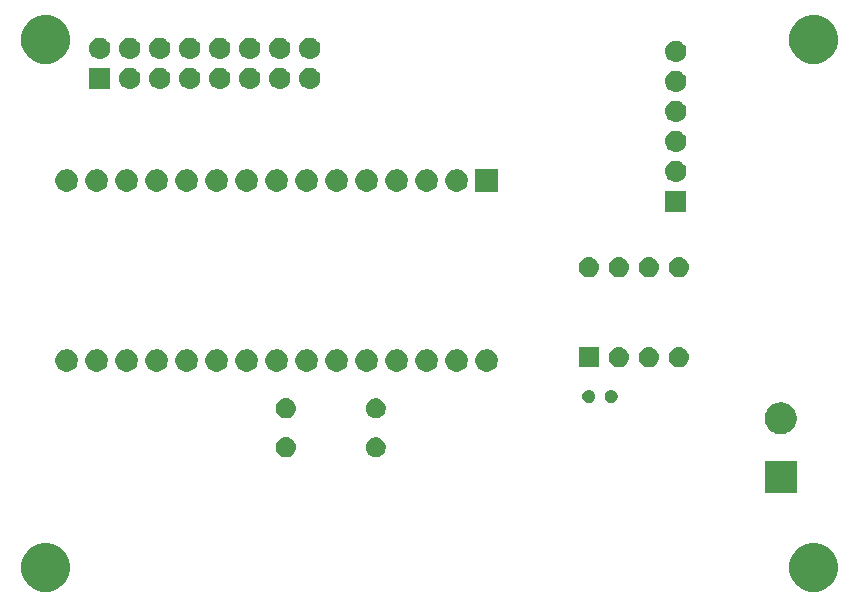
<source format=gts>
G04 #@! TF.GenerationSoftware,KiCad,Pcbnew,5.0.2-bee76a0~70~ubuntu16.04.1*
G04 #@! TF.CreationDate,2019-05-11T19:32:04-04:00*
G04 #@! TF.ProjectId,ControllerBoard,436f6e74-726f-46c6-9c65-72426f617264,rev?*
G04 #@! TF.SameCoordinates,Original*
G04 #@! TF.FileFunction,Soldermask,Top*
G04 #@! TF.FilePolarity,Negative*
%FSLAX46Y46*%
G04 Gerber Fmt 4.6, Leading zero omitted, Abs format (unit mm)*
G04 Created by KiCad (PCBNEW 5.0.2-bee76a0~70~ubuntu16.04.1) date Sat 11 May 2019 07:32:04 PM EDT*
%MOMM*%
%LPD*%
G01*
G04 APERTURE LIST*
%ADD10C,0.100000*%
G04 APERTURE END LIST*
D10*
G36*
X119479589Y-96549048D02*
X119858671Y-96706069D01*
X120195294Y-96930994D01*
X120199838Y-96934030D01*
X120489970Y-97224162D01*
X120717932Y-97565331D01*
X120874952Y-97944412D01*
X120955000Y-98346841D01*
X120955000Y-98757159D01*
X120874952Y-99159588D01*
X120717932Y-99538669D01*
X120489970Y-99879838D01*
X120199838Y-100169970D01*
X120199835Y-100169972D01*
X119858671Y-100397931D01*
X119479589Y-100554952D01*
X119077159Y-100635000D01*
X118666841Y-100635000D01*
X118264411Y-100554952D01*
X117885329Y-100397931D01*
X117544165Y-100169972D01*
X117544162Y-100169970D01*
X117254030Y-99879838D01*
X117026068Y-99538669D01*
X116869048Y-99159588D01*
X116789000Y-98757159D01*
X116789000Y-98346841D01*
X116869048Y-97944412D01*
X117026068Y-97565331D01*
X117254030Y-97224162D01*
X117544162Y-96934030D01*
X117548706Y-96930994D01*
X117885329Y-96706069D01*
X118264411Y-96549048D01*
X118666841Y-96469000D01*
X119077159Y-96469000D01*
X119479589Y-96549048D01*
X119479589Y-96549048D01*
G37*
G36*
X54455589Y-96549048D02*
X54834671Y-96706069D01*
X55171294Y-96930994D01*
X55175838Y-96934030D01*
X55465970Y-97224162D01*
X55693932Y-97565331D01*
X55850952Y-97944412D01*
X55931000Y-98346841D01*
X55931000Y-98757159D01*
X55850952Y-99159588D01*
X55693932Y-99538669D01*
X55465970Y-99879838D01*
X55175838Y-100169970D01*
X55175835Y-100169972D01*
X54834671Y-100397931D01*
X54455589Y-100554952D01*
X54053159Y-100635000D01*
X53642841Y-100635000D01*
X53240411Y-100554952D01*
X52861329Y-100397931D01*
X52520165Y-100169972D01*
X52520162Y-100169970D01*
X52230030Y-99879838D01*
X52002068Y-99538669D01*
X51845048Y-99159588D01*
X51765000Y-98757159D01*
X51765000Y-98346841D01*
X51845048Y-97944412D01*
X52002068Y-97565331D01*
X52230030Y-97224162D01*
X52520162Y-96934030D01*
X52524706Y-96930994D01*
X52861329Y-96706069D01*
X53240411Y-96549048D01*
X53642841Y-96469000D01*
X54053159Y-96469000D01*
X54455589Y-96549048D01*
X54455589Y-96549048D01*
G37*
G36*
X117429000Y-92283000D02*
X114727000Y-92283000D01*
X114727000Y-89581000D01*
X117429000Y-89581000D01*
X117429000Y-92283000D01*
X117429000Y-92283000D01*
G37*
G36*
X74334821Y-87553313D02*
X74334824Y-87553314D01*
X74334825Y-87553314D01*
X74495239Y-87601975D01*
X74495241Y-87601976D01*
X74495244Y-87601977D01*
X74643078Y-87680995D01*
X74772659Y-87787341D01*
X74879005Y-87916922D01*
X74958023Y-88064756D01*
X74958024Y-88064759D01*
X74958025Y-88064761D01*
X75006686Y-88225175D01*
X75006687Y-88225179D01*
X75023117Y-88392000D01*
X75006687Y-88558821D01*
X75006686Y-88558824D01*
X75006686Y-88558825D01*
X74981993Y-88640228D01*
X74958023Y-88719244D01*
X74879005Y-88867078D01*
X74772659Y-88996659D01*
X74643078Y-89103005D01*
X74495244Y-89182023D01*
X74495241Y-89182024D01*
X74495239Y-89182025D01*
X74334825Y-89230686D01*
X74334824Y-89230686D01*
X74334821Y-89230687D01*
X74209804Y-89243000D01*
X74126196Y-89243000D01*
X74001179Y-89230687D01*
X74001176Y-89230686D01*
X74001175Y-89230686D01*
X73840761Y-89182025D01*
X73840759Y-89182024D01*
X73840756Y-89182023D01*
X73692922Y-89103005D01*
X73563341Y-88996659D01*
X73456995Y-88867078D01*
X73377977Y-88719244D01*
X73354008Y-88640228D01*
X73329314Y-88558825D01*
X73329314Y-88558824D01*
X73329313Y-88558821D01*
X73312883Y-88392000D01*
X73329313Y-88225179D01*
X73329314Y-88225175D01*
X73377975Y-88064761D01*
X73377976Y-88064759D01*
X73377977Y-88064756D01*
X73456995Y-87916922D01*
X73563341Y-87787341D01*
X73692922Y-87680995D01*
X73840756Y-87601977D01*
X73840759Y-87601976D01*
X73840761Y-87601975D01*
X74001175Y-87553314D01*
X74001176Y-87553314D01*
X74001179Y-87553313D01*
X74126196Y-87541000D01*
X74209804Y-87541000D01*
X74334821Y-87553313D01*
X74334821Y-87553313D01*
G37*
G36*
X82036228Y-87573703D02*
X82191100Y-87637853D01*
X82330481Y-87730985D01*
X82449015Y-87849519D01*
X82542147Y-87988900D01*
X82606297Y-88143772D01*
X82639000Y-88308184D01*
X82639000Y-88475816D01*
X82606297Y-88640228D01*
X82542147Y-88795100D01*
X82449015Y-88934481D01*
X82330481Y-89053015D01*
X82191100Y-89146147D01*
X82036228Y-89210297D01*
X81871816Y-89243000D01*
X81704184Y-89243000D01*
X81539772Y-89210297D01*
X81384900Y-89146147D01*
X81245519Y-89053015D01*
X81126985Y-88934481D01*
X81033853Y-88795100D01*
X80969703Y-88640228D01*
X80937000Y-88475816D01*
X80937000Y-88308184D01*
X80969703Y-88143772D01*
X81033853Y-87988900D01*
X81126985Y-87849519D01*
X81245519Y-87730985D01*
X81384900Y-87637853D01*
X81539772Y-87573703D01*
X81704184Y-87541000D01*
X81871816Y-87541000D01*
X82036228Y-87573703D01*
X82036228Y-87573703D01*
G37*
G36*
X116325811Y-84603825D02*
X116472072Y-84632918D01*
X116717939Y-84734759D01*
X116878094Y-84841772D01*
X116939215Y-84882612D01*
X117127388Y-85070785D01*
X117127390Y-85070788D01*
X117275241Y-85292061D01*
X117377082Y-85537928D01*
X117429000Y-85798938D01*
X117429000Y-86065062D01*
X117377082Y-86326072D01*
X117275241Y-86571939D01*
X117127890Y-86792464D01*
X117127388Y-86793215D01*
X116939215Y-86981388D01*
X116939212Y-86981390D01*
X116717939Y-87129241D01*
X116472072Y-87231082D01*
X116341567Y-87257041D01*
X116211063Y-87283000D01*
X115944937Y-87283000D01*
X115814433Y-87257041D01*
X115683928Y-87231082D01*
X115438061Y-87129241D01*
X115216788Y-86981390D01*
X115216785Y-86981388D01*
X115028612Y-86793215D01*
X115028110Y-86792464D01*
X114880759Y-86571939D01*
X114778918Y-86326072D01*
X114727000Y-86065062D01*
X114727000Y-85798938D01*
X114778918Y-85537928D01*
X114880759Y-85292061D01*
X115028610Y-85070788D01*
X115028612Y-85070785D01*
X115216785Y-84882612D01*
X115277906Y-84841772D01*
X115438061Y-84734759D01*
X115683928Y-84632918D01*
X115830189Y-84603825D01*
X115944937Y-84581000D01*
X116211063Y-84581000D01*
X116325811Y-84603825D01*
X116325811Y-84603825D01*
G37*
G36*
X74334821Y-84251313D02*
X74334824Y-84251314D01*
X74334825Y-84251314D01*
X74495239Y-84299975D01*
X74495241Y-84299976D01*
X74495244Y-84299977D01*
X74643078Y-84378995D01*
X74772659Y-84485341D01*
X74879005Y-84614922D01*
X74958023Y-84762756D01*
X74958024Y-84762759D01*
X74958025Y-84762761D01*
X74994381Y-84882612D01*
X75006687Y-84923179D01*
X75023117Y-85090000D01*
X75006687Y-85256821D01*
X75006686Y-85256824D01*
X75006686Y-85256825D01*
X74981993Y-85338228D01*
X74958023Y-85417244D01*
X74879005Y-85565078D01*
X74772659Y-85694659D01*
X74643078Y-85801005D01*
X74495244Y-85880023D01*
X74495241Y-85880024D01*
X74495239Y-85880025D01*
X74334825Y-85928686D01*
X74334824Y-85928686D01*
X74334821Y-85928687D01*
X74209804Y-85941000D01*
X74126196Y-85941000D01*
X74001179Y-85928687D01*
X74001176Y-85928686D01*
X74001175Y-85928686D01*
X73840761Y-85880025D01*
X73840759Y-85880024D01*
X73840756Y-85880023D01*
X73692922Y-85801005D01*
X73563341Y-85694659D01*
X73456995Y-85565078D01*
X73377977Y-85417244D01*
X73354008Y-85338228D01*
X73329314Y-85256825D01*
X73329314Y-85256824D01*
X73329313Y-85256821D01*
X73312883Y-85090000D01*
X73329313Y-84923179D01*
X73341619Y-84882612D01*
X73377975Y-84762761D01*
X73377976Y-84762759D01*
X73377977Y-84762756D01*
X73456995Y-84614922D01*
X73563341Y-84485341D01*
X73692922Y-84378995D01*
X73840756Y-84299977D01*
X73840759Y-84299976D01*
X73840761Y-84299975D01*
X74001175Y-84251314D01*
X74001176Y-84251314D01*
X74001179Y-84251313D01*
X74126196Y-84239000D01*
X74209804Y-84239000D01*
X74334821Y-84251313D01*
X74334821Y-84251313D01*
G37*
G36*
X82036228Y-84271703D02*
X82191100Y-84335853D01*
X82330481Y-84428985D01*
X82449015Y-84547519D01*
X82542147Y-84686900D01*
X82606297Y-84841772D01*
X82639000Y-85006184D01*
X82639000Y-85173816D01*
X82606297Y-85338228D01*
X82542147Y-85493100D01*
X82449015Y-85632481D01*
X82330481Y-85751015D01*
X82191100Y-85844147D01*
X82036228Y-85908297D01*
X81871816Y-85941000D01*
X81704184Y-85941000D01*
X81539772Y-85908297D01*
X81384900Y-85844147D01*
X81245519Y-85751015D01*
X81126985Y-85632481D01*
X81033853Y-85493100D01*
X80969703Y-85338228D01*
X80937000Y-85173816D01*
X80937000Y-85006184D01*
X80969703Y-84841772D01*
X81033853Y-84686900D01*
X81126985Y-84547519D01*
X81245519Y-84428985D01*
X81384900Y-84335853D01*
X81539772Y-84271703D01*
X81704184Y-84239000D01*
X81871816Y-84239000D01*
X82036228Y-84271703D01*
X82036228Y-84271703D01*
G37*
G36*
X99982721Y-83544174D02*
X100082995Y-83585709D01*
X100173245Y-83646012D01*
X100249988Y-83722755D01*
X100310291Y-83813005D01*
X100351826Y-83913279D01*
X100373000Y-84019730D01*
X100373000Y-84128270D01*
X100351826Y-84234721D01*
X100310291Y-84334995D01*
X100249988Y-84425245D01*
X100173245Y-84501988D01*
X100082995Y-84562291D01*
X99982721Y-84603826D01*
X99876270Y-84625000D01*
X99767730Y-84625000D01*
X99661279Y-84603826D01*
X99561005Y-84562291D01*
X99470755Y-84501988D01*
X99394012Y-84425245D01*
X99333709Y-84334995D01*
X99292174Y-84234721D01*
X99271000Y-84128270D01*
X99271000Y-84019730D01*
X99292174Y-83913279D01*
X99333709Y-83813005D01*
X99394012Y-83722755D01*
X99470755Y-83646012D01*
X99561005Y-83585709D01*
X99661279Y-83544174D01*
X99767730Y-83523000D01*
X99876270Y-83523000D01*
X99982721Y-83544174D01*
X99982721Y-83544174D01*
G37*
G36*
X101882721Y-83544174D02*
X101982995Y-83585709D01*
X102073245Y-83646012D01*
X102149988Y-83722755D01*
X102210291Y-83813005D01*
X102251826Y-83913279D01*
X102273000Y-84019730D01*
X102273000Y-84128270D01*
X102251826Y-84234721D01*
X102210291Y-84334995D01*
X102149988Y-84425245D01*
X102073245Y-84501988D01*
X101982995Y-84562291D01*
X101882721Y-84603826D01*
X101776270Y-84625000D01*
X101667730Y-84625000D01*
X101561279Y-84603826D01*
X101461005Y-84562291D01*
X101370755Y-84501988D01*
X101294012Y-84425245D01*
X101233709Y-84334995D01*
X101192174Y-84234721D01*
X101171000Y-84128270D01*
X101171000Y-84019730D01*
X101192174Y-83913279D01*
X101233709Y-83813005D01*
X101294012Y-83722755D01*
X101370755Y-83646012D01*
X101461005Y-83585709D01*
X101561279Y-83544174D01*
X101667730Y-83523000D01*
X101776270Y-83523000D01*
X101882721Y-83544174D01*
X101882721Y-83544174D01*
G37*
G36*
X73683396Y-80111546D02*
X73856466Y-80183234D01*
X74012230Y-80287312D01*
X74144688Y-80419770D01*
X74248766Y-80575534D01*
X74320454Y-80748604D01*
X74357000Y-80932333D01*
X74357000Y-81119667D01*
X74320454Y-81303396D01*
X74248766Y-81476466D01*
X74144688Y-81632230D01*
X74012230Y-81764688D01*
X73856466Y-81868766D01*
X73683396Y-81940454D01*
X73499667Y-81977000D01*
X73312333Y-81977000D01*
X73128604Y-81940454D01*
X72955534Y-81868766D01*
X72799770Y-81764688D01*
X72667312Y-81632230D01*
X72563234Y-81476466D01*
X72491546Y-81303396D01*
X72455000Y-81119667D01*
X72455000Y-80932333D01*
X72491546Y-80748604D01*
X72563234Y-80575534D01*
X72667312Y-80419770D01*
X72799770Y-80287312D01*
X72955534Y-80183234D01*
X73128604Y-80111546D01*
X73312333Y-80075000D01*
X73499667Y-80075000D01*
X73683396Y-80111546D01*
X73683396Y-80111546D01*
G37*
G36*
X81303396Y-80111546D02*
X81476466Y-80183234D01*
X81632230Y-80287312D01*
X81764688Y-80419770D01*
X81868766Y-80575534D01*
X81940454Y-80748604D01*
X81977000Y-80932333D01*
X81977000Y-81119667D01*
X81940454Y-81303396D01*
X81868766Y-81476466D01*
X81764688Y-81632230D01*
X81632230Y-81764688D01*
X81476466Y-81868766D01*
X81303396Y-81940454D01*
X81119667Y-81977000D01*
X80932333Y-81977000D01*
X80748604Y-81940454D01*
X80575534Y-81868766D01*
X80419770Y-81764688D01*
X80287312Y-81632230D01*
X80183234Y-81476466D01*
X80111546Y-81303396D01*
X80075000Y-81119667D01*
X80075000Y-80932333D01*
X80111546Y-80748604D01*
X80183234Y-80575534D01*
X80287312Y-80419770D01*
X80419770Y-80287312D01*
X80575534Y-80183234D01*
X80748604Y-80111546D01*
X80932333Y-80075000D01*
X81119667Y-80075000D01*
X81303396Y-80111546D01*
X81303396Y-80111546D01*
G37*
G36*
X78763396Y-80111546D02*
X78936466Y-80183234D01*
X79092230Y-80287312D01*
X79224688Y-80419770D01*
X79328766Y-80575534D01*
X79400454Y-80748604D01*
X79437000Y-80932333D01*
X79437000Y-81119667D01*
X79400454Y-81303396D01*
X79328766Y-81476466D01*
X79224688Y-81632230D01*
X79092230Y-81764688D01*
X78936466Y-81868766D01*
X78763396Y-81940454D01*
X78579667Y-81977000D01*
X78392333Y-81977000D01*
X78208604Y-81940454D01*
X78035534Y-81868766D01*
X77879770Y-81764688D01*
X77747312Y-81632230D01*
X77643234Y-81476466D01*
X77571546Y-81303396D01*
X77535000Y-81119667D01*
X77535000Y-80932333D01*
X77571546Y-80748604D01*
X77643234Y-80575534D01*
X77747312Y-80419770D01*
X77879770Y-80287312D01*
X78035534Y-80183234D01*
X78208604Y-80111546D01*
X78392333Y-80075000D01*
X78579667Y-80075000D01*
X78763396Y-80111546D01*
X78763396Y-80111546D01*
G37*
G36*
X76223396Y-80111546D02*
X76396466Y-80183234D01*
X76552230Y-80287312D01*
X76684688Y-80419770D01*
X76788766Y-80575534D01*
X76860454Y-80748604D01*
X76897000Y-80932333D01*
X76897000Y-81119667D01*
X76860454Y-81303396D01*
X76788766Y-81476466D01*
X76684688Y-81632230D01*
X76552230Y-81764688D01*
X76396466Y-81868766D01*
X76223396Y-81940454D01*
X76039667Y-81977000D01*
X75852333Y-81977000D01*
X75668604Y-81940454D01*
X75495534Y-81868766D01*
X75339770Y-81764688D01*
X75207312Y-81632230D01*
X75103234Y-81476466D01*
X75031546Y-81303396D01*
X74995000Y-81119667D01*
X74995000Y-80932333D01*
X75031546Y-80748604D01*
X75103234Y-80575534D01*
X75207312Y-80419770D01*
X75339770Y-80287312D01*
X75495534Y-80183234D01*
X75668604Y-80111546D01*
X75852333Y-80075000D01*
X76039667Y-80075000D01*
X76223396Y-80111546D01*
X76223396Y-80111546D01*
G37*
G36*
X71143396Y-80111546D02*
X71316466Y-80183234D01*
X71472230Y-80287312D01*
X71604688Y-80419770D01*
X71708766Y-80575534D01*
X71780454Y-80748604D01*
X71817000Y-80932333D01*
X71817000Y-81119667D01*
X71780454Y-81303396D01*
X71708766Y-81476466D01*
X71604688Y-81632230D01*
X71472230Y-81764688D01*
X71316466Y-81868766D01*
X71143396Y-81940454D01*
X70959667Y-81977000D01*
X70772333Y-81977000D01*
X70588604Y-81940454D01*
X70415534Y-81868766D01*
X70259770Y-81764688D01*
X70127312Y-81632230D01*
X70023234Y-81476466D01*
X69951546Y-81303396D01*
X69915000Y-81119667D01*
X69915000Y-80932333D01*
X69951546Y-80748604D01*
X70023234Y-80575534D01*
X70127312Y-80419770D01*
X70259770Y-80287312D01*
X70415534Y-80183234D01*
X70588604Y-80111546D01*
X70772333Y-80075000D01*
X70959667Y-80075000D01*
X71143396Y-80111546D01*
X71143396Y-80111546D01*
G37*
G36*
X68603396Y-80111546D02*
X68776466Y-80183234D01*
X68932230Y-80287312D01*
X69064688Y-80419770D01*
X69168766Y-80575534D01*
X69240454Y-80748604D01*
X69277000Y-80932333D01*
X69277000Y-81119667D01*
X69240454Y-81303396D01*
X69168766Y-81476466D01*
X69064688Y-81632230D01*
X68932230Y-81764688D01*
X68776466Y-81868766D01*
X68603396Y-81940454D01*
X68419667Y-81977000D01*
X68232333Y-81977000D01*
X68048604Y-81940454D01*
X67875534Y-81868766D01*
X67719770Y-81764688D01*
X67587312Y-81632230D01*
X67483234Y-81476466D01*
X67411546Y-81303396D01*
X67375000Y-81119667D01*
X67375000Y-80932333D01*
X67411546Y-80748604D01*
X67483234Y-80575534D01*
X67587312Y-80419770D01*
X67719770Y-80287312D01*
X67875534Y-80183234D01*
X68048604Y-80111546D01*
X68232333Y-80075000D01*
X68419667Y-80075000D01*
X68603396Y-80111546D01*
X68603396Y-80111546D01*
G37*
G36*
X66063396Y-80111546D02*
X66236466Y-80183234D01*
X66392230Y-80287312D01*
X66524688Y-80419770D01*
X66628766Y-80575534D01*
X66700454Y-80748604D01*
X66737000Y-80932333D01*
X66737000Y-81119667D01*
X66700454Y-81303396D01*
X66628766Y-81476466D01*
X66524688Y-81632230D01*
X66392230Y-81764688D01*
X66236466Y-81868766D01*
X66063396Y-81940454D01*
X65879667Y-81977000D01*
X65692333Y-81977000D01*
X65508604Y-81940454D01*
X65335534Y-81868766D01*
X65179770Y-81764688D01*
X65047312Y-81632230D01*
X64943234Y-81476466D01*
X64871546Y-81303396D01*
X64835000Y-81119667D01*
X64835000Y-80932333D01*
X64871546Y-80748604D01*
X64943234Y-80575534D01*
X65047312Y-80419770D01*
X65179770Y-80287312D01*
X65335534Y-80183234D01*
X65508604Y-80111546D01*
X65692333Y-80075000D01*
X65879667Y-80075000D01*
X66063396Y-80111546D01*
X66063396Y-80111546D01*
G37*
G36*
X83843396Y-80111546D02*
X84016466Y-80183234D01*
X84172230Y-80287312D01*
X84304688Y-80419770D01*
X84408766Y-80575534D01*
X84480454Y-80748604D01*
X84517000Y-80932333D01*
X84517000Y-81119667D01*
X84480454Y-81303396D01*
X84408766Y-81476466D01*
X84304688Y-81632230D01*
X84172230Y-81764688D01*
X84016466Y-81868766D01*
X83843396Y-81940454D01*
X83659667Y-81977000D01*
X83472333Y-81977000D01*
X83288604Y-81940454D01*
X83115534Y-81868766D01*
X82959770Y-81764688D01*
X82827312Y-81632230D01*
X82723234Y-81476466D01*
X82651546Y-81303396D01*
X82615000Y-81119667D01*
X82615000Y-80932333D01*
X82651546Y-80748604D01*
X82723234Y-80575534D01*
X82827312Y-80419770D01*
X82959770Y-80287312D01*
X83115534Y-80183234D01*
X83288604Y-80111546D01*
X83472333Y-80075000D01*
X83659667Y-80075000D01*
X83843396Y-80111546D01*
X83843396Y-80111546D01*
G37*
G36*
X58443396Y-80111546D02*
X58616466Y-80183234D01*
X58772230Y-80287312D01*
X58904688Y-80419770D01*
X59008766Y-80575534D01*
X59080454Y-80748604D01*
X59117000Y-80932333D01*
X59117000Y-81119667D01*
X59080454Y-81303396D01*
X59008766Y-81476466D01*
X58904688Y-81632230D01*
X58772230Y-81764688D01*
X58616466Y-81868766D01*
X58443396Y-81940454D01*
X58259667Y-81977000D01*
X58072333Y-81977000D01*
X57888604Y-81940454D01*
X57715534Y-81868766D01*
X57559770Y-81764688D01*
X57427312Y-81632230D01*
X57323234Y-81476466D01*
X57251546Y-81303396D01*
X57215000Y-81119667D01*
X57215000Y-80932333D01*
X57251546Y-80748604D01*
X57323234Y-80575534D01*
X57427312Y-80419770D01*
X57559770Y-80287312D01*
X57715534Y-80183234D01*
X57888604Y-80111546D01*
X58072333Y-80075000D01*
X58259667Y-80075000D01*
X58443396Y-80111546D01*
X58443396Y-80111546D01*
G37*
G36*
X55903396Y-80111546D02*
X56076466Y-80183234D01*
X56232230Y-80287312D01*
X56364688Y-80419770D01*
X56468766Y-80575534D01*
X56540454Y-80748604D01*
X56577000Y-80932333D01*
X56577000Y-81119667D01*
X56540454Y-81303396D01*
X56468766Y-81476466D01*
X56364688Y-81632230D01*
X56232230Y-81764688D01*
X56076466Y-81868766D01*
X55903396Y-81940454D01*
X55719667Y-81977000D01*
X55532333Y-81977000D01*
X55348604Y-81940454D01*
X55175534Y-81868766D01*
X55019770Y-81764688D01*
X54887312Y-81632230D01*
X54783234Y-81476466D01*
X54711546Y-81303396D01*
X54675000Y-81119667D01*
X54675000Y-80932333D01*
X54711546Y-80748604D01*
X54783234Y-80575534D01*
X54887312Y-80419770D01*
X55019770Y-80287312D01*
X55175534Y-80183234D01*
X55348604Y-80111546D01*
X55532333Y-80075000D01*
X55719667Y-80075000D01*
X55903396Y-80111546D01*
X55903396Y-80111546D01*
G37*
G36*
X60983396Y-80111546D02*
X61156466Y-80183234D01*
X61312230Y-80287312D01*
X61444688Y-80419770D01*
X61548766Y-80575534D01*
X61620454Y-80748604D01*
X61657000Y-80932333D01*
X61657000Y-81119667D01*
X61620454Y-81303396D01*
X61548766Y-81476466D01*
X61444688Y-81632230D01*
X61312230Y-81764688D01*
X61156466Y-81868766D01*
X60983396Y-81940454D01*
X60799667Y-81977000D01*
X60612333Y-81977000D01*
X60428604Y-81940454D01*
X60255534Y-81868766D01*
X60099770Y-81764688D01*
X59967312Y-81632230D01*
X59863234Y-81476466D01*
X59791546Y-81303396D01*
X59755000Y-81119667D01*
X59755000Y-80932333D01*
X59791546Y-80748604D01*
X59863234Y-80575534D01*
X59967312Y-80419770D01*
X60099770Y-80287312D01*
X60255534Y-80183234D01*
X60428604Y-80111546D01*
X60612333Y-80075000D01*
X60799667Y-80075000D01*
X60983396Y-80111546D01*
X60983396Y-80111546D01*
G37*
G36*
X86383396Y-80111546D02*
X86556466Y-80183234D01*
X86712230Y-80287312D01*
X86844688Y-80419770D01*
X86948766Y-80575534D01*
X87020454Y-80748604D01*
X87057000Y-80932333D01*
X87057000Y-81119667D01*
X87020454Y-81303396D01*
X86948766Y-81476466D01*
X86844688Y-81632230D01*
X86712230Y-81764688D01*
X86556466Y-81868766D01*
X86383396Y-81940454D01*
X86199667Y-81977000D01*
X86012333Y-81977000D01*
X85828604Y-81940454D01*
X85655534Y-81868766D01*
X85499770Y-81764688D01*
X85367312Y-81632230D01*
X85263234Y-81476466D01*
X85191546Y-81303396D01*
X85155000Y-81119667D01*
X85155000Y-80932333D01*
X85191546Y-80748604D01*
X85263234Y-80575534D01*
X85367312Y-80419770D01*
X85499770Y-80287312D01*
X85655534Y-80183234D01*
X85828604Y-80111546D01*
X86012333Y-80075000D01*
X86199667Y-80075000D01*
X86383396Y-80111546D01*
X86383396Y-80111546D01*
G37*
G36*
X88923396Y-80111546D02*
X89096466Y-80183234D01*
X89252230Y-80287312D01*
X89384688Y-80419770D01*
X89488766Y-80575534D01*
X89560454Y-80748604D01*
X89597000Y-80932333D01*
X89597000Y-81119667D01*
X89560454Y-81303396D01*
X89488766Y-81476466D01*
X89384688Y-81632230D01*
X89252230Y-81764688D01*
X89096466Y-81868766D01*
X88923396Y-81940454D01*
X88739667Y-81977000D01*
X88552333Y-81977000D01*
X88368604Y-81940454D01*
X88195534Y-81868766D01*
X88039770Y-81764688D01*
X87907312Y-81632230D01*
X87803234Y-81476466D01*
X87731546Y-81303396D01*
X87695000Y-81119667D01*
X87695000Y-80932333D01*
X87731546Y-80748604D01*
X87803234Y-80575534D01*
X87907312Y-80419770D01*
X88039770Y-80287312D01*
X88195534Y-80183234D01*
X88368604Y-80111546D01*
X88552333Y-80075000D01*
X88739667Y-80075000D01*
X88923396Y-80111546D01*
X88923396Y-80111546D01*
G37*
G36*
X91463396Y-80111546D02*
X91636466Y-80183234D01*
X91792230Y-80287312D01*
X91924688Y-80419770D01*
X92028766Y-80575534D01*
X92100454Y-80748604D01*
X92137000Y-80932333D01*
X92137000Y-81119667D01*
X92100454Y-81303396D01*
X92028766Y-81476466D01*
X91924688Y-81632230D01*
X91792230Y-81764688D01*
X91636466Y-81868766D01*
X91463396Y-81940454D01*
X91279667Y-81977000D01*
X91092333Y-81977000D01*
X90908604Y-81940454D01*
X90735534Y-81868766D01*
X90579770Y-81764688D01*
X90447312Y-81632230D01*
X90343234Y-81476466D01*
X90271546Y-81303396D01*
X90235000Y-81119667D01*
X90235000Y-80932333D01*
X90271546Y-80748604D01*
X90343234Y-80575534D01*
X90447312Y-80419770D01*
X90579770Y-80287312D01*
X90735534Y-80183234D01*
X90908604Y-80111546D01*
X91092333Y-80075000D01*
X91279667Y-80075000D01*
X91463396Y-80111546D01*
X91463396Y-80111546D01*
G37*
G36*
X63523396Y-80111546D02*
X63696466Y-80183234D01*
X63852230Y-80287312D01*
X63984688Y-80419770D01*
X64088766Y-80575534D01*
X64160454Y-80748604D01*
X64197000Y-80932333D01*
X64197000Y-81119667D01*
X64160454Y-81303396D01*
X64088766Y-81476466D01*
X63984688Y-81632230D01*
X63852230Y-81764688D01*
X63696466Y-81868766D01*
X63523396Y-81940454D01*
X63339667Y-81977000D01*
X63152333Y-81977000D01*
X62968604Y-81940454D01*
X62795534Y-81868766D01*
X62639770Y-81764688D01*
X62507312Y-81632230D01*
X62403234Y-81476466D01*
X62331546Y-81303396D01*
X62295000Y-81119667D01*
X62295000Y-80932333D01*
X62331546Y-80748604D01*
X62403234Y-80575534D01*
X62507312Y-80419770D01*
X62639770Y-80287312D01*
X62795534Y-80183234D01*
X62968604Y-80111546D01*
X63152333Y-80075000D01*
X63339667Y-80075000D01*
X63523396Y-80111546D01*
X63523396Y-80111546D01*
G37*
G36*
X105068821Y-79933313D02*
X105068824Y-79933314D01*
X105068825Y-79933314D01*
X105229239Y-79981975D01*
X105229241Y-79981976D01*
X105229244Y-79981977D01*
X105377078Y-80060995D01*
X105506659Y-80167341D01*
X105613005Y-80296922D01*
X105692023Y-80444756D01*
X105692024Y-80444759D01*
X105692025Y-80444761D01*
X105740686Y-80605175D01*
X105740687Y-80605179D01*
X105757117Y-80772000D01*
X105740687Y-80938821D01*
X105692023Y-81099244D01*
X105613005Y-81247078D01*
X105506659Y-81376659D01*
X105377078Y-81483005D01*
X105229244Y-81562023D01*
X105229241Y-81562024D01*
X105229239Y-81562025D01*
X105068825Y-81610686D01*
X105068824Y-81610686D01*
X105068821Y-81610687D01*
X104943804Y-81623000D01*
X104860196Y-81623000D01*
X104735179Y-81610687D01*
X104735176Y-81610686D01*
X104735175Y-81610686D01*
X104574761Y-81562025D01*
X104574759Y-81562024D01*
X104574756Y-81562023D01*
X104426922Y-81483005D01*
X104297341Y-81376659D01*
X104190995Y-81247078D01*
X104111977Y-81099244D01*
X104063313Y-80938821D01*
X104046883Y-80772000D01*
X104063313Y-80605179D01*
X104063314Y-80605175D01*
X104111975Y-80444761D01*
X104111976Y-80444759D01*
X104111977Y-80444756D01*
X104190995Y-80296922D01*
X104297341Y-80167341D01*
X104426922Y-80060995D01*
X104574756Y-79981977D01*
X104574759Y-79981976D01*
X104574761Y-79981975D01*
X104735175Y-79933314D01*
X104735176Y-79933314D01*
X104735179Y-79933313D01*
X104860196Y-79921000D01*
X104943804Y-79921000D01*
X105068821Y-79933313D01*
X105068821Y-79933313D01*
G37*
G36*
X107608821Y-79933313D02*
X107608824Y-79933314D01*
X107608825Y-79933314D01*
X107769239Y-79981975D01*
X107769241Y-79981976D01*
X107769244Y-79981977D01*
X107917078Y-80060995D01*
X108046659Y-80167341D01*
X108153005Y-80296922D01*
X108232023Y-80444756D01*
X108232024Y-80444759D01*
X108232025Y-80444761D01*
X108280686Y-80605175D01*
X108280687Y-80605179D01*
X108297117Y-80772000D01*
X108280687Y-80938821D01*
X108232023Y-81099244D01*
X108153005Y-81247078D01*
X108046659Y-81376659D01*
X107917078Y-81483005D01*
X107769244Y-81562023D01*
X107769241Y-81562024D01*
X107769239Y-81562025D01*
X107608825Y-81610686D01*
X107608824Y-81610686D01*
X107608821Y-81610687D01*
X107483804Y-81623000D01*
X107400196Y-81623000D01*
X107275179Y-81610687D01*
X107275176Y-81610686D01*
X107275175Y-81610686D01*
X107114761Y-81562025D01*
X107114759Y-81562024D01*
X107114756Y-81562023D01*
X106966922Y-81483005D01*
X106837341Y-81376659D01*
X106730995Y-81247078D01*
X106651977Y-81099244D01*
X106603313Y-80938821D01*
X106586883Y-80772000D01*
X106603313Y-80605179D01*
X106603314Y-80605175D01*
X106651975Y-80444761D01*
X106651976Y-80444759D01*
X106651977Y-80444756D01*
X106730995Y-80296922D01*
X106837341Y-80167341D01*
X106966922Y-80060995D01*
X107114756Y-79981977D01*
X107114759Y-79981976D01*
X107114761Y-79981975D01*
X107275175Y-79933314D01*
X107275176Y-79933314D01*
X107275179Y-79933313D01*
X107400196Y-79921000D01*
X107483804Y-79921000D01*
X107608821Y-79933313D01*
X107608821Y-79933313D01*
G37*
G36*
X102528821Y-79933313D02*
X102528824Y-79933314D01*
X102528825Y-79933314D01*
X102689239Y-79981975D01*
X102689241Y-79981976D01*
X102689244Y-79981977D01*
X102837078Y-80060995D01*
X102966659Y-80167341D01*
X103073005Y-80296922D01*
X103152023Y-80444756D01*
X103152024Y-80444759D01*
X103152025Y-80444761D01*
X103200686Y-80605175D01*
X103200687Y-80605179D01*
X103217117Y-80772000D01*
X103200687Y-80938821D01*
X103152023Y-81099244D01*
X103073005Y-81247078D01*
X102966659Y-81376659D01*
X102837078Y-81483005D01*
X102689244Y-81562023D01*
X102689241Y-81562024D01*
X102689239Y-81562025D01*
X102528825Y-81610686D01*
X102528824Y-81610686D01*
X102528821Y-81610687D01*
X102403804Y-81623000D01*
X102320196Y-81623000D01*
X102195179Y-81610687D01*
X102195176Y-81610686D01*
X102195175Y-81610686D01*
X102034761Y-81562025D01*
X102034759Y-81562024D01*
X102034756Y-81562023D01*
X101886922Y-81483005D01*
X101757341Y-81376659D01*
X101650995Y-81247078D01*
X101571977Y-81099244D01*
X101523313Y-80938821D01*
X101506883Y-80772000D01*
X101523313Y-80605179D01*
X101523314Y-80605175D01*
X101571975Y-80444761D01*
X101571976Y-80444759D01*
X101571977Y-80444756D01*
X101650995Y-80296922D01*
X101757341Y-80167341D01*
X101886922Y-80060995D01*
X102034756Y-79981977D01*
X102034759Y-79981976D01*
X102034761Y-79981975D01*
X102195175Y-79933314D01*
X102195176Y-79933314D01*
X102195179Y-79933313D01*
X102320196Y-79921000D01*
X102403804Y-79921000D01*
X102528821Y-79933313D01*
X102528821Y-79933313D01*
G37*
G36*
X100673000Y-81623000D02*
X98971000Y-81623000D01*
X98971000Y-79921000D01*
X100673000Y-79921000D01*
X100673000Y-81623000D01*
X100673000Y-81623000D01*
G37*
G36*
X102528821Y-72313313D02*
X102528824Y-72313314D01*
X102528825Y-72313314D01*
X102689239Y-72361975D01*
X102689241Y-72361976D01*
X102689244Y-72361977D01*
X102837078Y-72440995D01*
X102966659Y-72547341D01*
X103073005Y-72676922D01*
X103152023Y-72824756D01*
X103200687Y-72985179D01*
X103217117Y-73152000D01*
X103200687Y-73318821D01*
X103152023Y-73479244D01*
X103073005Y-73627078D01*
X102966659Y-73756659D01*
X102837078Y-73863005D01*
X102689244Y-73942023D01*
X102689241Y-73942024D01*
X102689239Y-73942025D01*
X102528825Y-73990686D01*
X102528824Y-73990686D01*
X102528821Y-73990687D01*
X102403804Y-74003000D01*
X102320196Y-74003000D01*
X102195179Y-73990687D01*
X102195176Y-73990686D01*
X102195175Y-73990686D01*
X102034761Y-73942025D01*
X102034759Y-73942024D01*
X102034756Y-73942023D01*
X101886922Y-73863005D01*
X101757341Y-73756659D01*
X101650995Y-73627078D01*
X101571977Y-73479244D01*
X101523313Y-73318821D01*
X101506883Y-73152000D01*
X101523313Y-72985179D01*
X101571977Y-72824756D01*
X101650995Y-72676922D01*
X101757341Y-72547341D01*
X101886922Y-72440995D01*
X102034756Y-72361977D01*
X102034759Y-72361976D01*
X102034761Y-72361975D01*
X102195175Y-72313314D01*
X102195176Y-72313314D01*
X102195179Y-72313313D01*
X102320196Y-72301000D01*
X102403804Y-72301000D01*
X102528821Y-72313313D01*
X102528821Y-72313313D01*
G37*
G36*
X107608821Y-72313313D02*
X107608824Y-72313314D01*
X107608825Y-72313314D01*
X107769239Y-72361975D01*
X107769241Y-72361976D01*
X107769244Y-72361977D01*
X107917078Y-72440995D01*
X108046659Y-72547341D01*
X108153005Y-72676922D01*
X108232023Y-72824756D01*
X108280687Y-72985179D01*
X108297117Y-73152000D01*
X108280687Y-73318821D01*
X108232023Y-73479244D01*
X108153005Y-73627078D01*
X108046659Y-73756659D01*
X107917078Y-73863005D01*
X107769244Y-73942023D01*
X107769241Y-73942024D01*
X107769239Y-73942025D01*
X107608825Y-73990686D01*
X107608824Y-73990686D01*
X107608821Y-73990687D01*
X107483804Y-74003000D01*
X107400196Y-74003000D01*
X107275179Y-73990687D01*
X107275176Y-73990686D01*
X107275175Y-73990686D01*
X107114761Y-73942025D01*
X107114759Y-73942024D01*
X107114756Y-73942023D01*
X106966922Y-73863005D01*
X106837341Y-73756659D01*
X106730995Y-73627078D01*
X106651977Y-73479244D01*
X106603313Y-73318821D01*
X106586883Y-73152000D01*
X106603313Y-72985179D01*
X106651977Y-72824756D01*
X106730995Y-72676922D01*
X106837341Y-72547341D01*
X106966922Y-72440995D01*
X107114756Y-72361977D01*
X107114759Y-72361976D01*
X107114761Y-72361975D01*
X107275175Y-72313314D01*
X107275176Y-72313314D01*
X107275179Y-72313313D01*
X107400196Y-72301000D01*
X107483804Y-72301000D01*
X107608821Y-72313313D01*
X107608821Y-72313313D01*
G37*
G36*
X99988821Y-72313313D02*
X99988824Y-72313314D01*
X99988825Y-72313314D01*
X100149239Y-72361975D01*
X100149241Y-72361976D01*
X100149244Y-72361977D01*
X100297078Y-72440995D01*
X100426659Y-72547341D01*
X100533005Y-72676922D01*
X100612023Y-72824756D01*
X100660687Y-72985179D01*
X100677117Y-73152000D01*
X100660687Y-73318821D01*
X100612023Y-73479244D01*
X100533005Y-73627078D01*
X100426659Y-73756659D01*
X100297078Y-73863005D01*
X100149244Y-73942023D01*
X100149241Y-73942024D01*
X100149239Y-73942025D01*
X99988825Y-73990686D01*
X99988824Y-73990686D01*
X99988821Y-73990687D01*
X99863804Y-74003000D01*
X99780196Y-74003000D01*
X99655179Y-73990687D01*
X99655176Y-73990686D01*
X99655175Y-73990686D01*
X99494761Y-73942025D01*
X99494759Y-73942024D01*
X99494756Y-73942023D01*
X99346922Y-73863005D01*
X99217341Y-73756659D01*
X99110995Y-73627078D01*
X99031977Y-73479244D01*
X98983313Y-73318821D01*
X98966883Y-73152000D01*
X98983313Y-72985179D01*
X99031977Y-72824756D01*
X99110995Y-72676922D01*
X99217341Y-72547341D01*
X99346922Y-72440995D01*
X99494756Y-72361977D01*
X99494759Y-72361976D01*
X99494761Y-72361975D01*
X99655175Y-72313314D01*
X99655176Y-72313314D01*
X99655179Y-72313313D01*
X99780196Y-72301000D01*
X99863804Y-72301000D01*
X99988821Y-72313313D01*
X99988821Y-72313313D01*
G37*
G36*
X105068821Y-72313313D02*
X105068824Y-72313314D01*
X105068825Y-72313314D01*
X105229239Y-72361975D01*
X105229241Y-72361976D01*
X105229244Y-72361977D01*
X105377078Y-72440995D01*
X105506659Y-72547341D01*
X105613005Y-72676922D01*
X105692023Y-72824756D01*
X105740687Y-72985179D01*
X105757117Y-73152000D01*
X105740687Y-73318821D01*
X105692023Y-73479244D01*
X105613005Y-73627078D01*
X105506659Y-73756659D01*
X105377078Y-73863005D01*
X105229244Y-73942023D01*
X105229241Y-73942024D01*
X105229239Y-73942025D01*
X105068825Y-73990686D01*
X105068824Y-73990686D01*
X105068821Y-73990687D01*
X104943804Y-74003000D01*
X104860196Y-74003000D01*
X104735179Y-73990687D01*
X104735176Y-73990686D01*
X104735175Y-73990686D01*
X104574761Y-73942025D01*
X104574759Y-73942024D01*
X104574756Y-73942023D01*
X104426922Y-73863005D01*
X104297341Y-73756659D01*
X104190995Y-73627078D01*
X104111977Y-73479244D01*
X104063313Y-73318821D01*
X104046883Y-73152000D01*
X104063313Y-72985179D01*
X104111977Y-72824756D01*
X104190995Y-72676922D01*
X104297341Y-72547341D01*
X104426922Y-72440995D01*
X104574756Y-72361977D01*
X104574759Y-72361976D01*
X104574761Y-72361975D01*
X104735175Y-72313314D01*
X104735176Y-72313314D01*
X104735179Y-72313313D01*
X104860196Y-72301000D01*
X104943804Y-72301000D01*
X105068821Y-72313313D01*
X105068821Y-72313313D01*
G37*
G36*
X108089000Y-68465000D02*
X106287000Y-68465000D01*
X106287000Y-66663000D01*
X108089000Y-66663000D01*
X108089000Y-68465000D01*
X108089000Y-68465000D01*
G37*
G36*
X55903396Y-64871546D02*
X56076466Y-64943234D01*
X56232230Y-65047312D01*
X56364688Y-65179770D01*
X56468766Y-65335534D01*
X56540454Y-65508604D01*
X56577000Y-65692333D01*
X56577000Y-65879667D01*
X56540454Y-66063396D01*
X56468766Y-66236466D01*
X56364688Y-66392230D01*
X56232230Y-66524688D01*
X56076466Y-66628766D01*
X55903396Y-66700454D01*
X55719667Y-66737000D01*
X55532333Y-66737000D01*
X55348604Y-66700454D01*
X55175534Y-66628766D01*
X55019770Y-66524688D01*
X54887312Y-66392230D01*
X54783234Y-66236466D01*
X54711546Y-66063396D01*
X54675000Y-65879667D01*
X54675000Y-65692333D01*
X54711546Y-65508604D01*
X54783234Y-65335534D01*
X54887312Y-65179770D01*
X55019770Y-65047312D01*
X55175534Y-64943234D01*
X55348604Y-64871546D01*
X55532333Y-64835000D01*
X55719667Y-64835000D01*
X55903396Y-64871546D01*
X55903396Y-64871546D01*
G37*
G36*
X58443396Y-64871546D02*
X58616466Y-64943234D01*
X58772230Y-65047312D01*
X58904688Y-65179770D01*
X59008766Y-65335534D01*
X59080454Y-65508604D01*
X59117000Y-65692333D01*
X59117000Y-65879667D01*
X59080454Y-66063396D01*
X59008766Y-66236466D01*
X58904688Y-66392230D01*
X58772230Y-66524688D01*
X58616466Y-66628766D01*
X58443396Y-66700454D01*
X58259667Y-66737000D01*
X58072333Y-66737000D01*
X57888604Y-66700454D01*
X57715534Y-66628766D01*
X57559770Y-66524688D01*
X57427312Y-66392230D01*
X57323234Y-66236466D01*
X57251546Y-66063396D01*
X57215000Y-65879667D01*
X57215000Y-65692333D01*
X57251546Y-65508604D01*
X57323234Y-65335534D01*
X57427312Y-65179770D01*
X57559770Y-65047312D01*
X57715534Y-64943234D01*
X57888604Y-64871546D01*
X58072333Y-64835000D01*
X58259667Y-64835000D01*
X58443396Y-64871546D01*
X58443396Y-64871546D01*
G37*
G36*
X71143396Y-64871546D02*
X71316466Y-64943234D01*
X71472230Y-65047312D01*
X71604688Y-65179770D01*
X71708766Y-65335534D01*
X71780454Y-65508604D01*
X71817000Y-65692333D01*
X71817000Y-65879667D01*
X71780454Y-66063396D01*
X71708766Y-66236466D01*
X71604688Y-66392230D01*
X71472230Y-66524688D01*
X71316466Y-66628766D01*
X71143396Y-66700454D01*
X70959667Y-66737000D01*
X70772333Y-66737000D01*
X70588604Y-66700454D01*
X70415534Y-66628766D01*
X70259770Y-66524688D01*
X70127312Y-66392230D01*
X70023234Y-66236466D01*
X69951546Y-66063396D01*
X69915000Y-65879667D01*
X69915000Y-65692333D01*
X69951546Y-65508604D01*
X70023234Y-65335534D01*
X70127312Y-65179770D01*
X70259770Y-65047312D01*
X70415534Y-64943234D01*
X70588604Y-64871546D01*
X70772333Y-64835000D01*
X70959667Y-64835000D01*
X71143396Y-64871546D01*
X71143396Y-64871546D01*
G37*
G36*
X60983396Y-64871546D02*
X61156466Y-64943234D01*
X61312230Y-65047312D01*
X61444688Y-65179770D01*
X61548766Y-65335534D01*
X61620454Y-65508604D01*
X61657000Y-65692333D01*
X61657000Y-65879667D01*
X61620454Y-66063396D01*
X61548766Y-66236466D01*
X61444688Y-66392230D01*
X61312230Y-66524688D01*
X61156466Y-66628766D01*
X60983396Y-66700454D01*
X60799667Y-66737000D01*
X60612333Y-66737000D01*
X60428604Y-66700454D01*
X60255534Y-66628766D01*
X60099770Y-66524688D01*
X59967312Y-66392230D01*
X59863234Y-66236466D01*
X59791546Y-66063396D01*
X59755000Y-65879667D01*
X59755000Y-65692333D01*
X59791546Y-65508604D01*
X59863234Y-65335534D01*
X59967312Y-65179770D01*
X60099770Y-65047312D01*
X60255534Y-64943234D01*
X60428604Y-64871546D01*
X60612333Y-64835000D01*
X60799667Y-64835000D01*
X60983396Y-64871546D01*
X60983396Y-64871546D01*
G37*
G36*
X63523396Y-64871546D02*
X63696466Y-64943234D01*
X63852230Y-65047312D01*
X63984688Y-65179770D01*
X64088766Y-65335534D01*
X64160454Y-65508604D01*
X64197000Y-65692333D01*
X64197000Y-65879667D01*
X64160454Y-66063396D01*
X64088766Y-66236466D01*
X63984688Y-66392230D01*
X63852230Y-66524688D01*
X63696466Y-66628766D01*
X63523396Y-66700454D01*
X63339667Y-66737000D01*
X63152333Y-66737000D01*
X62968604Y-66700454D01*
X62795534Y-66628766D01*
X62639770Y-66524688D01*
X62507312Y-66392230D01*
X62403234Y-66236466D01*
X62331546Y-66063396D01*
X62295000Y-65879667D01*
X62295000Y-65692333D01*
X62331546Y-65508604D01*
X62403234Y-65335534D01*
X62507312Y-65179770D01*
X62639770Y-65047312D01*
X62795534Y-64943234D01*
X62968604Y-64871546D01*
X63152333Y-64835000D01*
X63339667Y-64835000D01*
X63523396Y-64871546D01*
X63523396Y-64871546D01*
G37*
G36*
X92137000Y-66737000D02*
X90235000Y-66737000D01*
X90235000Y-64835000D01*
X92137000Y-64835000D01*
X92137000Y-66737000D01*
X92137000Y-66737000D01*
G37*
G36*
X88923396Y-64871546D02*
X89096466Y-64943234D01*
X89252230Y-65047312D01*
X89384688Y-65179770D01*
X89488766Y-65335534D01*
X89560454Y-65508604D01*
X89597000Y-65692333D01*
X89597000Y-65879667D01*
X89560454Y-66063396D01*
X89488766Y-66236466D01*
X89384688Y-66392230D01*
X89252230Y-66524688D01*
X89096466Y-66628766D01*
X88923396Y-66700454D01*
X88739667Y-66737000D01*
X88552333Y-66737000D01*
X88368604Y-66700454D01*
X88195534Y-66628766D01*
X88039770Y-66524688D01*
X87907312Y-66392230D01*
X87803234Y-66236466D01*
X87731546Y-66063396D01*
X87695000Y-65879667D01*
X87695000Y-65692333D01*
X87731546Y-65508604D01*
X87803234Y-65335534D01*
X87907312Y-65179770D01*
X88039770Y-65047312D01*
X88195534Y-64943234D01*
X88368604Y-64871546D01*
X88552333Y-64835000D01*
X88739667Y-64835000D01*
X88923396Y-64871546D01*
X88923396Y-64871546D01*
G37*
G36*
X86383396Y-64871546D02*
X86556466Y-64943234D01*
X86712230Y-65047312D01*
X86844688Y-65179770D01*
X86948766Y-65335534D01*
X87020454Y-65508604D01*
X87057000Y-65692333D01*
X87057000Y-65879667D01*
X87020454Y-66063396D01*
X86948766Y-66236466D01*
X86844688Y-66392230D01*
X86712230Y-66524688D01*
X86556466Y-66628766D01*
X86383396Y-66700454D01*
X86199667Y-66737000D01*
X86012333Y-66737000D01*
X85828604Y-66700454D01*
X85655534Y-66628766D01*
X85499770Y-66524688D01*
X85367312Y-66392230D01*
X85263234Y-66236466D01*
X85191546Y-66063396D01*
X85155000Y-65879667D01*
X85155000Y-65692333D01*
X85191546Y-65508604D01*
X85263234Y-65335534D01*
X85367312Y-65179770D01*
X85499770Y-65047312D01*
X85655534Y-64943234D01*
X85828604Y-64871546D01*
X86012333Y-64835000D01*
X86199667Y-64835000D01*
X86383396Y-64871546D01*
X86383396Y-64871546D01*
G37*
G36*
X81303396Y-64871546D02*
X81476466Y-64943234D01*
X81632230Y-65047312D01*
X81764688Y-65179770D01*
X81868766Y-65335534D01*
X81940454Y-65508604D01*
X81977000Y-65692333D01*
X81977000Y-65879667D01*
X81940454Y-66063396D01*
X81868766Y-66236466D01*
X81764688Y-66392230D01*
X81632230Y-66524688D01*
X81476466Y-66628766D01*
X81303396Y-66700454D01*
X81119667Y-66737000D01*
X80932333Y-66737000D01*
X80748604Y-66700454D01*
X80575534Y-66628766D01*
X80419770Y-66524688D01*
X80287312Y-66392230D01*
X80183234Y-66236466D01*
X80111546Y-66063396D01*
X80075000Y-65879667D01*
X80075000Y-65692333D01*
X80111546Y-65508604D01*
X80183234Y-65335534D01*
X80287312Y-65179770D01*
X80419770Y-65047312D01*
X80575534Y-64943234D01*
X80748604Y-64871546D01*
X80932333Y-64835000D01*
X81119667Y-64835000D01*
X81303396Y-64871546D01*
X81303396Y-64871546D01*
G37*
G36*
X78763396Y-64871546D02*
X78936466Y-64943234D01*
X79092230Y-65047312D01*
X79224688Y-65179770D01*
X79328766Y-65335534D01*
X79400454Y-65508604D01*
X79437000Y-65692333D01*
X79437000Y-65879667D01*
X79400454Y-66063396D01*
X79328766Y-66236466D01*
X79224688Y-66392230D01*
X79092230Y-66524688D01*
X78936466Y-66628766D01*
X78763396Y-66700454D01*
X78579667Y-66737000D01*
X78392333Y-66737000D01*
X78208604Y-66700454D01*
X78035534Y-66628766D01*
X77879770Y-66524688D01*
X77747312Y-66392230D01*
X77643234Y-66236466D01*
X77571546Y-66063396D01*
X77535000Y-65879667D01*
X77535000Y-65692333D01*
X77571546Y-65508604D01*
X77643234Y-65335534D01*
X77747312Y-65179770D01*
X77879770Y-65047312D01*
X78035534Y-64943234D01*
X78208604Y-64871546D01*
X78392333Y-64835000D01*
X78579667Y-64835000D01*
X78763396Y-64871546D01*
X78763396Y-64871546D01*
G37*
G36*
X76223396Y-64871546D02*
X76396466Y-64943234D01*
X76552230Y-65047312D01*
X76684688Y-65179770D01*
X76788766Y-65335534D01*
X76860454Y-65508604D01*
X76897000Y-65692333D01*
X76897000Y-65879667D01*
X76860454Y-66063396D01*
X76788766Y-66236466D01*
X76684688Y-66392230D01*
X76552230Y-66524688D01*
X76396466Y-66628766D01*
X76223396Y-66700454D01*
X76039667Y-66737000D01*
X75852333Y-66737000D01*
X75668604Y-66700454D01*
X75495534Y-66628766D01*
X75339770Y-66524688D01*
X75207312Y-66392230D01*
X75103234Y-66236466D01*
X75031546Y-66063396D01*
X74995000Y-65879667D01*
X74995000Y-65692333D01*
X75031546Y-65508604D01*
X75103234Y-65335534D01*
X75207312Y-65179770D01*
X75339770Y-65047312D01*
X75495534Y-64943234D01*
X75668604Y-64871546D01*
X75852333Y-64835000D01*
X76039667Y-64835000D01*
X76223396Y-64871546D01*
X76223396Y-64871546D01*
G37*
G36*
X73683396Y-64871546D02*
X73856466Y-64943234D01*
X74012230Y-65047312D01*
X74144688Y-65179770D01*
X74248766Y-65335534D01*
X74320454Y-65508604D01*
X74357000Y-65692333D01*
X74357000Y-65879667D01*
X74320454Y-66063396D01*
X74248766Y-66236466D01*
X74144688Y-66392230D01*
X74012230Y-66524688D01*
X73856466Y-66628766D01*
X73683396Y-66700454D01*
X73499667Y-66737000D01*
X73312333Y-66737000D01*
X73128604Y-66700454D01*
X72955534Y-66628766D01*
X72799770Y-66524688D01*
X72667312Y-66392230D01*
X72563234Y-66236466D01*
X72491546Y-66063396D01*
X72455000Y-65879667D01*
X72455000Y-65692333D01*
X72491546Y-65508604D01*
X72563234Y-65335534D01*
X72667312Y-65179770D01*
X72799770Y-65047312D01*
X72955534Y-64943234D01*
X73128604Y-64871546D01*
X73312333Y-64835000D01*
X73499667Y-64835000D01*
X73683396Y-64871546D01*
X73683396Y-64871546D01*
G37*
G36*
X68603396Y-64871546D02*
X68776466Y-64943234D01*
X68932230Y-65047312D01*
X69064688Y-65179770D01*
X69168766Y-65335534D01*
X69240454Y-65508604D01*
X69277000Y-65692333D01*
X69277000Y-65879667D01*
X69240454Y-66063396D01*
X69168766Y-66236466D01*
X69064688Y-66392230D01*
X68932230Y-66524688D01*
X68776466Y-66628766D01*
X68603396Y-66700454D01*
X68419667Y-66737000D01*
X68232333Y-66737000D01*
X68048604Y-66700454D01*
X67875534Y-66628766D01*
X67719770Y-66524688D01*
X67587312Y-66392230D01*
X67483234Y-66236466D01*
X67411546Y-66063396D01*
X67375000Y-65879667D01*
X67375000Y-65692333D01*
X67411546Y-65508604D01*
X67483234Y-65335534D01*
X67587312Y-65179770D01*
X67719770Y-65047312D01*
X67875534Y-64943234D01*
X68048604Y-64871546D01*
X68232333Y-64835000D01*
X68419667Y-64835000D01*
X68603396Y-64871546D01*
X68603396Y-64871546D01*
G37*
G36*
X66063396Y-64871546D02*
X66236466Y-64943234D01*
X66392230Y-65047312D01*
X66524688Y-65179770D01*
X66628766Y-65335534D01*
X66700454Y-65508604D01*
X66737000Y-65692333D01*
X66737000Y-65879667D01*
X66700454Y-66063396D01*
X66628766Y-66236466D01*
X66524688Y-66392230D01*
X66392230Y-66524688D01*
X66236466Y-66628766D01*
X66063396Y-66700454D01*
X65879667Y-66737000D01*
X65692333Y-66737000D01*
X65508604Y-66700454D01*
X65335534Y-66628766D01*
X65179770Y-66524688D01*
X65047312Y-66392230D01*
X64943234Y-66236466D01*
X64871546Y-66063396D01*
X64835000Y-65879667D01*
X64835000Y-65692333D01*
X64871546Y-65508604D01*
X64943234Y-65335534D01*
X65047312Y-65179770D01*
X65179770Y-65047312D01*
X65335534Y-64943234D01*
X65508604Y-64871546D01*
X65692333Y-64835000D01*
X65879667Y-64835000D01*
X66063396Y-64871546D01*
X66063396Y-64871546D01*
G37*
G36*
X83843396Y-64871546D02*
X84016466Y-64943234D01*
X84172230Y-65047312D01*
X84304688Y-65179770D01*
X84408766Y-65335534D01*
X84480454Y-65508604D01*
X84517000Y-65692333D01*
X84517000Y-65879667D01*
X84480454Y-66063396D01*
X84408766Y-66236466D01*
X84304688Y-66392230D01*
X84172230Y-66524688D01*
X84016466Y-66628766D01*
X83843396Y-66700454D01*
X83659667Y-66737000D01*
X83472333Y-66737000D01*
X83288604Y-66700454D01*
X83115534Y-66628766D01*
X82959770Y-66524688D01*
X82827312Y-66392230D01*
X82723234Y-66236466D01*
X82651546Y-66063396D01*
X82615000Y-65879667D01*
X82615000Y-65692333D01*
X82651546Y-65508604D01*
X82723234Y-65335534D01*
X82827312Y-65179770D01*
X82959770Y-65047312D01*
X83115534Y-64943234D01*
X83288604Y-64871546D01*
X83472333Y-64835000D01*
X83659667Y-64835000D01*
X83843396Y-64871546D01*
X83843396Y-64871546D01*
G37*
G36*
X107298443Y-64129519D02*
X107364627Y-64136037D01*
X107477853Y-64170384D01*
X107534467Y-64187557D01*
X107673087Y-64261652D01*
X107690991Y-64271222D01*
X107726729Y-64300552D01*
X107828186Y-64383814D01*
X107911448Y-64485271D01*
X107940778Y-64521009D01*
X107940779Y-64521011D01*
X108024443Y-64677533D01*
X108024443Y-64677534D01*
X108075963Y-64847373D01*
X108093359Y-65024000D01*
X108075963Y-65200627D01*
X108041616Y-65313853D01*
X108024443Y-65370467D01*
X107950606Y-65508604D01*
X107940778Y-65526991D01*
X107911448Y-65562729D01*
X107828186Y-65664186D01*
X107726729Y-65747448D01*
X107690991Y-65776778D01*
X107690989Y-65776779D01*
X107534467Y-65860443D01*
X107477853Y-65877616D01*
X107364627Y-65911963D01*
X107298443Y-65918481D01*
X107232260Y-65925000D01*
X107143740Y-65925000D01*
X107077557Y-65918481D01*
X107011373Y-65911963D01*
X106898147Y-65877616D01*
X106841533Y-65860443D01*
X106685011Y-65776779D01*
X106685009Y-65776778D01*
X106649271Y-65747448D01*
X106547814Y-65664186D01*
X106464552Y-65562729D01*
X106435222Y-65526991D01*
X106425394Y-65508604D01*
X106351557Y-65370467D01*
X106334384Y-65313853D01*
X106300037Y-65200627D01*
X106282641Y-65024000D01*
X106300037Y-64847373D01*
X106351557Y-64677534D01*
X106351557Y-64677533D01*
X106435221Y-64521011D01*
X106435222Y-64521009D01*
X106464552Y-64485271D01*
X106547814Y-64383814D01*
X106649271Y-64300552D01*
X106685009Y-64271222D01*
X106702913Y-64261652D01*
X106841533Y-64187557D01*
X106898147Y-64170384D01*
X107011373Y-64136037D01*
X107077557Y-64129519D01*
X107143740Y-64123000D01*
X107232260Y-64123000D01*
X107298443Y-64129519D01*
X107298443Y-64129519D01*
G37*
G36*
X107298442Y-61589518D02*
X107364627Y-61596037D01*
X107477853Y-61630384D01*
X107534467Y-61647557D01*
X107673087Y-61721652D01*
X107690991Y-61731222D01*
X107726729Y-61760552D01*
X107828186Y-61843814D01*
X107911448Y-61945271D01*
X107940778Y-61981009D01*
X107940779Y-61981011D01*
X108024443Y-62137533D01*
X108024443Y-62137534D01*
X108075963Y-62307373D01*
X108093359Y-62484000D01*
X108075963Y-62660627D01*
X108041616Y-62773853D01*
X108024443Y-62830467D01*
X107950348Y-62969087D01*
X107940778Y-62986991D01*
X107911448Y-63022729D01*
X107828186Y-63124186D01*
X107726729Y-63207448D01*
X107690991Y-63236778D01*
X107690989Y-63236779D01*
X107534467Y-63320443D01*
X107477853Y-63337616D01*
X107364627Y-63371963D01*
X107298442Y-63378482D01*
X107232260Y-63385000D01*
X107143740Y-63385000D01*
X107077558Y-63378482D01*
X107011373Y-63371963D01*
X106898147Y-63337616D01*
X106841533Y-63320443D01*
X106685011Y-63236779D01*
X106685009Y-63236778D01*
X106649271Y-63207448D01*
X106547814Y-63124186D01*
X106464552Y-63022729D01*
X106435222Y-62986991D01*
X106425652Y-62969087D01*
X106351557Y-62830467D01*
X106334384Y-62773853D01*
X106300037Y-62660627D01*
X106282641Y-62484000D01*
X106300037Y-62307373D01*
X106351557Y-62137534D01*
X106351557Y-62137533D01*
X106435221Y-61981011D01*
X106435222Y-61981009D01*
X106464552Y-61945271D01*
X106547814Y-61843814D01*
X106649271Y-61760552D01*
X106685009Y-61731222D01*
X106702913Y-61721652D01*
X106841533Y-61647557D01*
X106898147Y-61630384D01*
X107011373Y-61596037D01*
X107077558Y-61589518D01*
X107143740Y-61583000D01*
X107232260Y-61583000D01*
X107298442Y-61589518D01*
X107298442Y-61589518D01*
G37*
G36*
X107298443Y-59049519D02*
X107364627Y-59056037D01*
X107477853Y-59090384D01*
X107534467Y-59107557D01*
X107673087Y-59181652D01*
X107690991Y-59191222D01*
X107726729Y-59220552D01*
X107828186Y-59303814D01*
X107911448Y-59405271D01*
X107940778Y-59441009D01*
X107940779Y-59441011D01*
X108024443Y-59597533D01*
X108024443Y-59597534D01*
X108075963Y-59767373D01*
X108093359Y-59944000D01*
X108075963Y-60120627D01*
X108041616Y-60233853D01*
X108024443Y-60290467D01*
X107950348Y-60429087D01*
X107940778Y-60446991D01*
X107911448Y-60482729D01*
X107828186Y-60584186D01*
X107726729Y-60667448D01*
X107690991Y-60696778D01*
X107690989Y-60696779D01*
X107534467Y-60780443D01*
X107477853Y-60797616D01*
X107364627Y-60831963D01*
X107298443Y-60838481D01*
X107232260Y-60845000D01*
X107143740Y-60845000D01*
X107077557Y-60838481D01*
X107011373Y-60831963D01*
X106898147Y-60797616D01*
X106841533Y-60780443D01*
X106685011Y-60696779D01*
X106685009Y-60696778D01*
X106649271Y-60667448D01*
X106547814Y-60584186D01*
X106464552Y-60482729D01*
X106435222Y-60446991D01*
X106425652Y-60429087D01*
X106351557Y-60290467D01*
X106334384Y-60233853D01*
X106300037Y-60120627D01*
X106282641Y-59944000D01*
X106300037Y-59767373D01*
X106351557Y-59597534D01*
X106351557Y-59597533D01*
X106435221Y-59441011D01*
X106435222Y-59441009D01*
X106464552Y-59405271D01*
X106547814Y-59303814D01*
X106649271Y-59220552D01*
X106685009Y-59191222D01*
X106702913Y-59181652D01*
X106841533Y-59107557D01*
X106898147Y-59090384D01*
X107011373Y-59056037D01*
X107077557Y-59049519D01*
X107143740Y-59043000D01*
X107232260Y-59043000D01*
X107298443Y-59049519D01*
X107298443Y-59049519D01*
G37*
G36*
X107298442Y-56509518D02*
X107364627Y-56516037D01*
X107477853Y-56550384D01*
X107534467Y-56567557D01*
X107673087Y-56641652D01*
X107690991Y-56651222D01*
X107726729Y-56680552D01*
X107828186Y-56763814D01*
X107911448Y-56865271D01*
X107940778Y-56901009D01*
X107940779Y-56901011D01*
X108024443Y-57057533D01*
X108024443Y-57057534D01*
X108075963Y-57227373D01*
X108093359Y-57404000D01*
X108075963Y-57580627D01*
X108041616Y-57693853D01*
X108024443Y-57750467D01*
X108003213Y-57790185D01*
X107940778Y-57906991D01*
X107911448Y-57942729D01*
X107828186Y-58044186D01*
X107726729Y-58127448D01*
X107690991Y-58156778D01*
X107690989Y-58156779D01*
X107534467Y-58240443D01*
X107477853Y-58257616D01*
X107364627Y-58291963D01*
X107298443Y-58298481D01*
X107232260Y-58305000D01*
X107143740Y-58305000D01*
X107077557Y-58298481D01*
X107011373Y-58291963D01*
X106898147Y-58257616D01*
X106841533Y-58240443D01*
X106685011Y-58156779D01*
X106685009Y-58156778D01*
X106649271Y-58127448D01*
X106547814Y-58044186D01*
X106464552Y-57942729D01*
X106435222Y-57906991D01*
X106372787Y-57790185D01*
X106351557Y-57750467D01*
X106334384Y-57693853D01*
X106300037Y-57580627D01*
X106282641Y-57404000D01*
X106300037Y-57227373D01*
X106351557Y-57057534D01*
X106351557Y-57057533D01*
X106435221Y-56901011D01*
X106435222Y-56901009D01*
X106464552Y-56865271D01*
X106547814Y-56763814D01*
X106649271Y-56680552D01*
X106685009Y-56651222D01*
X106702913Y-56641652D01*
X106841533Y-56567557D01*
X106898147Y-56550384D01*
X107011373Y-56516037D01*
X107077558Y-56509518D01*
X107143740Y-56503000D01*
X107232260Y-56503000D01*
X107298442Y-56509518D01*
X107298442Y-56509518D01*
G37*
G36*
X66150443Y-56255519D02*
X66216627Y-56262037D01*
X66329853Y-56296384D01*
X66386467Y-56313557D01*
X66525087Y-56387652D01*
X66542991Y-56397222D01*
X66578729Y-56426552D01*
X66680186Y-56509814D01*
X66763448Y-56611271D01*
X66792778Y-56647009D01*
X66792779Y-56647011D01*
X66876443Y-56803533D01*
X66876443Y-56803534D01*
X66927963Y-56973373D01*
X66945359Y-57150000D01*
X66927963Y-57326627D01*
X66904492Y-57404000D01*
X66876443Y-57496467D01*
X66831459Y-57580625D01*
X66792778Y-57652991D01*
X66763448Y-57688729D01*
X66680186Y-57790186D01*
X66578729Y-57873448D01*
X66542991Y-57902778D01*
X66542989Y-57902779D01*
X66386467Y-57986443D01*
X66329853Y-58003616D01*
X66216627Y-58037963D01*
X66153453Y-58044185D01*
X66084260Y-58051000D01*
X65995740Y-58051000D01*
X65926547Y-58044185D01*
X65863373Y-58037963D01*
X65750147Y-58003616D01*
X65693533Y-57986443D01*
X65537011Y-57902779D01*
X65537009Y-57902778D01*
X65501271Y-57873448D01*
X65399814Y-57790186D01*
X65316552Y-57688729D01*
X65287222Y-57652991D01*
X65248541Y-57580625D01*
X65203557Y-57496467D01*
X65175508Y-57404000D01*
X65152037Y-57326627D01*
X65134641Y-57150000D01*
X65152037Y-56973373D01*
X65203557Y-56803534D01*
X65203557Y-56803533D01*
X65287221Y-56647011D01*
X65287222Y-56647009D01*
X65316552Y-56611271D01*
X65399814Y-56509814D01*
X65501271Y-56426552D01*
X65537009Y-56397222D01*
X65554913Y-56387652D01*
X65693533Y-56313557D01*
X65750147Y-56296384D01*
X65863373Y-56262037D01*
X65929557Y-56255519D01*
X65995740Y-56249000D01*
X66084260Y-56249000D01*
X66150443Y-56255519D01*
X66150443Y-56255519D01*
G37*
G36*
X59321000Y-58051000D02*
X57519000Y-58051000D01*
X57519000Y-56249000D01*
X59321000Y-56249000D01*
X59321000Y-58051000D01*
X59321000Y-58051000D01*
G37*
G36*
X61070443Y-56255519D02*
X61136627Y-56262037D01*
X61249853Y-56296384D01*
X61306467Y-56313557D01*
X61445087Y-56387652D01*
X61462991Y-56397222D01*
X61498729Y-56426552D01*
X61600186Y-56509814D01*
X61683448Y-56611271D01*
X61712778Y-56647009D01*
X61712779Y-56647011D01*
X61796443Y-56803533D01*
X61796443Y-56803534D01*
X61847963Y-56973373D01*
X61865359Y-57150000D01*
X61847963Y-57326627D01*
X61824492Y-57404000D01*
X61796443Y-57496467D01*
X61751459Y-57580625D01*
X61712778Y-57652991D01*
X61683448Y-57688729D01*
X61600186Y-57790186D01*
X61498729Y-57873448D01*
X61462991Y-57902778D01*
X61462989Y-57902779D01*
X61306467Y-57986443D01*
X61249853Y-58003616D01*
X61136627Y-58037963D01*
X61073453Y-58044185D01*
X61004260Y-58051000D01*
X60915740Y-58051000D01*
X60846547Y-58044185D01*
X60783373Y-58037963D01*
X60670147Y-58003616D01*
X60613533Y-57986443D01*
X60457011Y-57902779D01*
X60457009Y-57902778D01*
X60421271Y-57873448D01*
X60319814Y-57790186D01*
X60236552Y-57688729D01*
X60207222Y-57652991D01*
X60168541Y-57580625D01*
X60123557Y-57496467D01*
X60095508Y-57404000D01*
X60072037Y-57326627D01*
X60054641Y-57150000D01*
X60072037Y-56973373D01*
X60123557Y-56803534D01*
X60123557Y-56803533D01*
X60207221Y-56647011D01*
X60207222Y-56647009D01*
X60236552Y-56611271D01*
X60319814Y-56509814D01*
X60421271Y-56426552D01*
X60457009Y-56397222D01*
X60474913Y-56387652D01*
X60613533Y-56313557D01*
X60670147Y-56296384D01*
X60783373Y-56262037D01*
X60849557Y-56255519D01*
X60915740Y-56249000D01*
X61004260Y-56249000D01*
X61070443Y-56255519D01*
X61070443Y-56255519D01*
G37*
G36*
X63610443Y-56255519D02*
X63676627Y-56262037D01*
X63789853Y-56296384D01*
X63846467Y-56313557D01*
X63985087Y-56387652D01*
X64002991Y-56397222D01*
X64038729Y-56426552D01*
X64140186Y-56509814D01*
X64223448Y-56611271D01*
X64252778Y-56647009D01*
X64252779Y-56647011D01*
X64336443Y-56803533D01*
X64336443Y-56803534D01*
X64387963Y-56973373D01*
X64405359Y-57150000D01*
X64387963Y-57326627D01*
X64364492Y-57404000D01*
X64336443Y-57496467D01*
X64291459Y-57580625D01*
X64252778Y-57652991D01*
X64223448Y-57688729D01*
X64140186Y-57790186D01*
X64038729Y-57873448D01*
X64002991Y-57902778D01*
X64002989Y-57902779D01*
X63846467Y-57986443D01*
X63789853Y-58003616D01*
X63676627Y-58037963D01*
X63613453Y-58044185D01*
X63544260Y-58051000D01*
X63455740Y-58051000D01*
X63386547Y-58044185D01*
X63323373Y-58037963D01*
X63210147Y-58003616D01*
X63153533Y-57986443D01*
X62997011Y-57902779D01*
X62997009Y-57902778D01*
X62961271Y-57873448D01*
X62859814Y-57790186D01*
X62776552Y-57688729D01*
X62747222Y-57652991D01*
X62708541Y-57580625D01*
X62663557Y-57496467D01*
X62635508Y-57404000D01*
X62612037Y-57326627D01*
X62594641Y-57150000D01*
X62612037Y-56973373D01*
X62663557Y-56803534D01*
X62663557Y-56803533D01*
X62747221Y-56647011D01*
X62747222Y-56647009D01*
X62776552Y-56611271D01*
X62859814Y-56509814D01*
X62961271Y-56426552D01*
X62997009Y-56397222D01*
X63014913Y-56387652D01*
X63153533Y-56313557D01*
X63210147Y-56296384D01*
X63323373Y-56262037D01*
X63389557Y-56255519D01*
X63455740Y-56249000D01*
X63544260Y-56249000D01*
X63610443Y-56255519D01*
X63610443Y-56255519D01*
G37*
G36*
X68690443Y-56255519D02*
X68756627Y-56262037D01*
X68869853Y-56296384D01*
X68926467Y-56313557D01*
X69065087Y-56387652D01*
X69082991Y-56397222D01*
X69118729Y-56426552D01*
X69220186Y-56509814D01*
X69303448Y-56611271D01*
X69332778Y-56647009D01*
X69332779Y-56647011D01*
X69416443Y-56803533D01*
X69416443Y-56803534D01*
X69467963Y-56973373D01*
X69485359Y-57150000D01*
X69467963Y-57326627D01*
X69444492Y-57404000D01*
X69416443Y-57496467D01*
X69371459Y-57580625D01*
X69332778Y-57652991D01*
X69303448Y-57688729D01*
X69220186Y-57790186D01*
X69118729Y-57873448D01*
X69082991Y-57902778D01*
X69082989Y-57902779D01*
X68926467Y-57986443D01*
X68869853Y-58003616D01*
X68756627Y-58037963D01*
X68693453Y-58044185D01*
X68624260Y-58051000D01*
X68535740Y-58051000D01*
X68466547Y-58044185D01*
X68403373Y-58037963D01*
X68290147Y-58003616D01*
X68233533Y-57986443D01*
X68077011Y-57902779D01*
X68077009Y-57902778D01*
X68041271Y-57873448D01*
X67939814Y-57790186D01*
X67856552Y-57688729D01*
X67827222Y-57652991D01*
X67788541Y-57580625D01*
X67743557Y-57496467D01*
X67715508Y-57404000D01*
X67692037Y-57326627D01*
X67674641Y-57150000D01*
X67692037Y-56973373D01*
X67743557Y-56803534D01*
X67743557Y-56803533D01*
X67827221Y-56647011D01*
X67827222Y-56647009D01*
X67856552Y-56611271D01*
X67939814Y-56509814D01*
X68041271Y-56426552D01*
X68077009Y-56397222D01*
X68094913Y-56387652D01*
X68233533Y-56313557D01*
X68290147Y-56296384D01*
X68403373Y-56262037D01*
X68469557Y-56255519D01*
X68535740Y-56249000D01*
X68624260Y-56249000D01*
X68690443Y-56255519D01*
X68690443Y-56255519D01*
G37*
G36*
X73770443Y-56255519D02*
X73836627Y-56262037D01*
X73949853Y-56296384D01*
X74006467Y-56313557D01*
X74145087Y-56387652D01*
X74162991Y-56397222D01*
X74198729Y-56426552D01*
X74300186Y-56509814D01*
X74383448Y-56611271D01*
X74412778Y-56647009D01*
X74412779Y-56647011D01*
X74496443Y-56803533D01*
X74496443Y-56803534D01*
X74547963Y-56973373D01*
X74565359Y-57150000D01*
X74547963Y-57326627D01*
X74524492Y-57404000D01*
X74496443Y-57496467D01*
X74451459Y-57580625D01*
X74412778Y-57652991D01*
X74383448Y-57688729D01*
X74300186Y-57790186D01*
X74198729Y-57873448D01*
X74162991Y-57902778D01*
X74162989Y-57902779D01*
X74006467Y-57986443D01*
X73949853Y-58003616D01*
X73836627Y-58037963D01*
X73773453Y-58044185D01*
X73704260Y-58051000D01*
X73615740Y-58051000D01*
X73546547Y-58044185D01*
X73483373Y-58037963D01*
X73370147Y-58003616D01*
X73313533Y-57986443D01*
X73157011Y-57902779D01*
X73157009Y-57902778D01*
X73121271Y-57873448D01*
X73019814Y-57790186D01*
X72936552Y-57688729D01*
X72907222Y-57652991D01*
X72868541Y-57580625D01*
X72823557Y-57496467D01*
X72795508Y-57404000D01*
X72772037Y-57326627D01*
X72754641Y-57150000D01*
X72772037Y-56973373D01*
X72823557Y-56803534D01*
X72823557Y-56803533D01*
X72907221Y-56647011D01*
X72907222Y-56647009D01*
X72936552Y-56611271D01*
X73019814Y-56509814D01*
X73121271Y-56426552D01*
X73157009Y-56397222D01*
X73174913Y-56387652D01*
X73313533Y-56313557D01*
X73370147Y-56296384D01*
X73483373Y-56262037D01*
X73549557Y-56255519D01*
X73615740Y-56249000D01*
X73704260Y-56249000D01*
X73770443Y-56255519D01*
X73770443Y-56255519D01*
G37*
G36*
X76310443Y-56255519D02*
X76376627Y-56262037D01*
X76489853Y-56296384D01*
X76546467Y-56313557D01*
X76685087Y-56387652D01*
X76702991Y-56397222D01*
X76738729Y-56426552D01*
X76840186Y-56509814D01*
X76923448Y-56611271D01*
X76952778Y-56647009D01*
X76952779Y-56647011D01*
X77036443Y-56803533D01*
X77036443Y-56803534D01*
X77087963Y-56973373D01*
X77105359Y-57150000D01*
X77087963Y-57326627D01*
X77064492Y-57404000D01*
X77036443Y-57496467D01*
X76991459Y-57580625D01*
X76952778Y-57652991D01*
X76923448Y-57688729D01*
X76840186Y-57790186D01*
X76738729Y-57873448D01*
X76702991Y-57902778D01*
X76702989Y-57902779D01*
X76546467Y-57986443D01*
X76489853Y-58003616D01*
X76376627Y-58037963D01*
X76313453Y-58044185D01*
X76244260Y-58051000D01*
X76155740Y-58051000D01*
X76086547Y-58044185D01*
X76023373Y-58037963D01*
X75910147Y-58003616D01*
X75853533Y-57986443D01*
X75697011Y-57902779D01*
X75697009Y-57902778D01*
X75661271Y-57873448D01*
X75559814Y-57790186D01*
X75476552Y-57688729D01*
X75447222Y-57652991D01*
X75408541Y-57580625D01*
X75363557Y-57496467D01*
X75335508Y-57404000D01*
X75312037Y-57326627D01*
X75294641Y-57150000D01*
X75312037Y-56973373D01*
X75363557Y-56803534D01*
X75363557Y-56803533D01*
X75447221Y-56647011D01*
X75447222Y-56647009D01*
X75476552Y-56611271D01*
X75559814Y-56509814D01*
X75661271Y-56426552D01*
X75697009Y-56397222D01*
X75714913Y-56387652D01*
X75853533Y-56313557D01*
X75910147Y-56296384D01*
X76023373Y-56262037D01*
X76089557Y-56255519D01*
X76155740Y-56249000D01*
X76244260Y-56249000D01*
X76310443Y-56255519D01*
X76310443Y-56255519D01*
G37*
G36*
X71230443Y-56255519D02*
X71296627Y-56262037D01*
X71409853Y-56296384D01*
X71466467Y-56313557D01*
X71605087Y-56387652D01*
X71622991Y-56397222D01*
X71658729Y-56426552D01*
X71760186Y-56509814D01*
X71843448Y-56611271D01*
X71872778Y-56647009D01*
X71872779Y-56647011D01*
X71956443Y-56803533D01*
X71956443Y-56803534D01*
X72007963Y-56973373D01*
X72025359Y-57150000D01*
X72007963Y-57326627D01*
X71984492Y-57404000D01*
X71956443Y-57496467D01*
X71911459Y-57580625D01*
X71872778Y-57652991D01*
X71843448Y-57688729D01*
X71760186Y-57790186D01*
X71658729Y-57873448D01*
X71622991Y-57902778D01*
X71622989Y-57902779D01*
X71466467Y-57986443D01*
X71409853Y-58003616D01*
X71296627Y-58037963D01*
X71233453Y-58044185D01*
X71164260Y-58051000D01*
X71075740Y-58051000D01*
X71006547Y-58044185D01*
X70943373Y-58037963D01*
X70830147Y-58003616D01*
X70773533Y-57986443D01*
X70617011Y-57902779D01*
X70617009Y-57902778D01*
X70581271Y-57873448D01*
X70479814Y-57790186D01*
X70396552Y-57688729D01*
X70367222Y-57652991D01*
X70328541Y-57580625D01*
X70283557Y-57496467D01*
X70255508Y-57404000D01*
X70232037Y-57326627D01*
X70214641Y-57150000D01*
X70232037Y-56973373D01*
X70283557Y-56803534D01*
X70283557Y-56803533D01*
X70367221Y-56647011D01*
X70367222Y-56647009D01*
X70396552Y-56611271D01*
X70479814Y-56509814D01*
X70581271Y-56426552D01*
X70617009Y-56397222D01*
X70634913Y-56387652D01*
X70773533Y-56313557D01*
X70830147Y-56296384D01*
X70943373Y-56262037D01*
X71009557Y-56255519D01*
X71075740Y-56249000D01*
X71164260Y-56249000D01*
X71230443Y-56255519D01*
X71230443Y-56255519D01*
G37*
G36*
X54254373Y-51805024D02*
X54455589Y-51845048D01*
X54834671Y-52002069D01*
X55171294Y-52226994D01*
X55175838Y-52230030D01*
X55465970Y-52520162D01*
X55693932Y-52861331D01*
X55850952Y-53240412D01*
X55931000Y-53642841D01*
X55931000Y-54053159D01*
X55897055Y-54223814D01*
X55850952Y-54455589D01*
X55786993Y-54610000D01*
X55693932Y-54834669D01*
X55465970Y-55175838D01*
X55175838Y-55465970D01*
X55175835Y-55465972D01*
X54834671Y-55693931D01*
X54455589Y-55850952D01*
X54053159Y-55931000D01*
X53642841Y-55931000D01*
X53240411Y-55850952D01*
X52861329Y-55693931D01*
X52520165Y-55465972D01*
X52520162Y-55465970D01*
X52230030Y-55175838D01*
X52002068Y-54834669D01*
X51909007Y-54610000D01*
X51845048Y-54455589D01*
X51798945Y-54223814D01*
X51765000Y-54053159D01*
X51765000Y-53642841D01*
X51845048Y-53240412D01*
X52002068Y-52861331D01*
X52230030Y-52520162D01*
X52520162Y-52230030D01*
X52524706Y-52226994D01*
X52861329Y-52002069D01*
X53240411Y-51845048D01*
X53642841Y-51765000D01*
X54053159Y-51765000D01*
X54254373Y-51805024D01*
X54254373Y-51805024D01*
G37*
G36*
X119278373Y-51805024D02*
X119479589Y-51845048D01*
X119858671Y-52002069D01*
X120195294Y-52226994D01*
X120199838Y-52230030D01*
X120489970Y-52520162D01*
X120717932Y-52861331D01*
X120874952Y-53240412D01*
X120955000Y-53642841D01*
X120955000Y-54053159D01*
X120921055Y-54223814D01*
X120874952Y-54455589D01*
X120810993Y-54610000D01*
X120717932Y-54834669D01*
X120489970Y-55175838D01*
X120199838Y-55465970D01*
X120199835Y-55465972D01*
X119858671Y-55693931D01*
X119479589Y-55850952D01*
X119077159Y-55931000D01*
X118666841Y-55931000D01*
X118264411Y-55850952D01*
X117885329Y-55693931D01*
X117544165Y-55465972D01*
X117544162Y-55465970D01*
X117254030Y-55175838D01*
X117026068Y-54834669D01*
X116933007Y-54610000D01*
X116869048Y-54455589D01*
X116822945Y-54223814D01*
X116789000Y-54053159D01*
X116789000Y-53642841D01*
X116869048Y-53240412D01*
X117026068Y-52861331D01*
X117254030Y-52520162D01*
X117544162Y-52230030D01*
X117548706Y-52226994D01*
X117885329Y-52002069D01*
X118264411Y-51845048D01*
X118666841Y-51765000D01*
X119077159Y-51765000D01*
X119278373Y-51805024D01*
X119278373Y-51805024D01*
G37*
G36*
X107298443Y-53969519D02*
X107364627Y-53976037D01*
X107477853Y-54010384D01*
X107534467Y-54027557D01*
X107582362Y-54053158D01*
X107690991Y-54111222D01*
X107726729Y-54140552D01*
X107828186Y-54223814D01*
X107911448Y-54325271D01*
X107940778Y-54361009D01*
X107940779Y-54361011D01*
X108024443Y-54517533D01*
X108024443Y-54517534D01*
X108075963Y-54687373D01*
X108093359Y-54864000D01*
X108075963Y-55040627D01*
X108041616Y-55153853D01*
X108024443Y-55210467D01*
X108003213Y-55250185D01*
X107940778Y-55366991D01*
X107911448Y-55402729D01*
X107828186Y-55504186D01*
X107726729Y-55587448D01*
X107690991Y-55616778D01*
X107690989Y-55616779D01*
X107534467Y-55700443D01*
X107477853Y-55717616D01*
X107364627Y-55751963D01*
X107298443Y-55758481D01*
X107232260Y-55765000D01*
X107143740Y-55765000D01*
X107077557Y-55758481D01*
X107011373Y-55751963D01*
X106898147Y-55717616D01*
X106841533Y-55700443D01*
X106685011Y-55616779D01*
X106685009Y-55616778D01*
X106649271Y-55587448D01*
X106547814Y-55504186D01*
X106464552Y-55402729D01*
X106435222Y-55366991D01*
X106372787Y-55250185D01*
X106351557Y-55210467D01*
X106334384Y-55153853D01*
X106300037Y-55040627D01*
X106282641Y-54864000D01*
X106300037Y-54687373D01*
X106351557Y-54517534D01*
X106351557Y-54517533D01*
X106435221Y-54361011D01*
X106435222Y-54361009D01*
X106464552Y-54325271D01*
X106547814Y-54223814D01*
X106649271Y-54140552D01*
X106685009Y-54111222D01*
X106793638Y-54053158D01*
X106841533Y-54027557D01*
X106898147Y-54010384D01*
X107011373Y-53976037D01*
X107077557Y-53969519D01*
X107143740Y-53963000D01*
X107232260Y-53963000D01*
X107298443Y-53969519D01*
X107298443Y-53969519D01*
G37*
G36*
X66150442Y-53715518D02*
X66216627Y-53722037D01*
X66329853Y-53756384D01*
X66386467Y-53773557D01*
X66525087Y-53847652D01*
X66542991Y-53857222D01*
X66578729Y-53886552D01*
X66680186Y-53969814D01*
X66748584Y-54053159D01*
X66792778Y-54107009D01*
X66792779Y-54107011D01*
X66876443Y-54263533D01*
X66876443Y-54263534D01*
X66927963Y-54433373D01*
X66945359Y-54610000D01*
X66927963Y-54786627D01*
X66913389Y-54834671D01*
X66876443Y-54956467D01*
X66831459Y-55040625D01*
X66792778Y-55112991D01*
X66763448Y-55148729D01*
X66680186Y-55250186D01*
X66578729Y-55333448D01*
X66542991Y-55362778D01*
X66542989Y-55362779D01*
X66386467Y-55446443D01*
X66329853Y-55463616D01*
X66216627Y-55497963D01*
X66153453Y-55504185D01*
X66084260Y-55511000D01*
X65995740Y-55511000D01*
X65926547Y-55504185D01*
X65863373Y-55497963D01*
X65750147Y-55463616D01*
X65693533Y-55446443D01*
X65537011Y-55362779D01*
X65537009Y-55362778D01*
X65501271Y-55333448D01*
X65399814Y-55250186D01*
X65316552Y-55148729D01*
X65287222Y-55112991D01*
X65248541Y-55040625D01*
X65203557Y-54956467D01*
X65166611Y-54834671D01*
X65152037Y-54786627D01*
X65134641Y-54610000D01*
X65152037Y-54433373D01*
X65203557Y-54263534D01*
X65203557Y-54263533D01*
X65287221Y-54107011D01*
X65287222Y-54107009D01*
X65331416Y-54053159D01*
X65399814Y-53969814D01*
X65501271Y-53886552D01*
X65537009Y-53857222D01*
X65554913Y-53847652D01*
X65693533Y-53773557D01*
X65750147Y-53756384D01*
X65863373Y-53722037D01*
X65929558Y-53715518D01*
X65995740Y-53709000D01*
X66084260Y-53709000D01*
X66150442Y-53715518D01*
X66150442Y-53715518D01*
G37*
G36*
X71230442Y-53715518D02*
X71296627Y-53722037D01*
X71409853Y-53756384D01*
X71466467Y-53773557D01*
X71605087Y-53847652D01*
X71622991Y-53857222D01*
X71658729Y-53886552D01*
X71760186Y-53969814D01*
X71828584Y-54053159D01*
X71872778Y-54107009D01*
X71872779Y-54107011D01*
X71956443Y-54263533D01*
X71956443Y-54263534D01*
X72007963Y-54433373D01*
X72025359Y-54610000D01*
X72007963Y-54786627D01*
X71993389Y-54834671D01*
X71956443Y-54956467D01*
X71911459Y-55040625D01*
X71872778Y-55112991D01*
X71843448Y-55148729D01*
X71760186Y-55250186D01*
X71658729Y-55333448D01*
X71622991Y-55362778D01*
X71622989Y-55362779D01*
X71466467Y-55446443D01*
X71409853Y-55463616D01*
X71296627Y-55497963D01*
X71233453Y-55504185D01*
X71164260Y-55511000D01*
X71075740Y-55511000D01*
X71006547Y-55504185D01*
X70943373Y-55497963D01*
X70830147Y-55463616D01*
X70773533Y-55446443D01*
X70617011Y-55362779D01*
X70617009Y-55362778D01*
X70581271Y-55333448D01*
X70479814Y-55250186D01*
X70396552Y-55148729D01*
X70367222Y-55112991D01*
X70328541Y-55040625D01*
X70283557Y-54956467D01*
X70246611Y-54834671D01*
X70232037Y-54786627D01*
X70214641Y-54610000D01*
X70232037Y-54433373D01*
X70283557Y-54263534D01*
X70283557Y-54263533D01*
X70367221Y-54107011D01*
X70367222Y-54107009D01*
X70411416Y-54053159D01*
X70479814Y-53969814D01*
X70581271Y-53886552D01*
X70617009Y-53857222D01*
X70634913Y-53847652D01*
X70773533Y-53773557D01*
X70830147Y-53756384D01*
X70943373Y-53722037D01*
X71009558Y-53715518D01*
X71075740Y-53709000D01*
X71164260Y-53709000D01*
X71230442Y-53715518D01*
X71230442Y-53715518D01*
G37*
G36*
X63610442Y-53715518D02*
X63676627Y-53722037D01*
X63789853Y-53756384D01*
X63846467Y-53773557D01*
X63985087Y-53847652D01*
X64002991Y-53857222D01*
X64038729Y-53886552D01*
X64140186Y-53969814D01*
X64208584Y-54053159D01*
X64252778Y-54107009D01*
X64252779Y-54107011D01*
X64336443Y-54263533D01*
X64336443Y-54263534D01*
X64387963Y-54433373D01*
X64405359Y-54610000D01*
X64387963Y-54786627D01*
X64373389Y-54834671D01*
X64336443Y-54956467D01*
X64291459Y-55040625D01*
X64252778Y-55112991D01*
X64223448Y-55148729D01*
X64140186Y-55250186D01*
X64038729Y-55333448D01*
X64002991Y-55362778D01*
X64002989Y-55362779D01*
X63846467Y-55446443D01*
X63789853Y-55463616D01*
X63676627Y-55497963D01*
X63613453Y-55504185D01*
X63544260Y-55511000D01*
X63455740Y-55511000D01*
X63386547Y-55504185D01*
X63323373Y-55497963D01*
X63210147Y-55463616D01*
X63153533Y-55446443D01*
X62997011Y-55362779D01*
X62997009Y-55362778D01*
X62961271Y-55333448D01*
X62859814Y-55250186D01*
X62776552Y-55148729D01*
X62747222Y-55112991D01*
X62708541Y-55040625D01*
X62663557Y-54956467D01*
X62626611Y-54834671D01*
X62612037Y-54786627D01*
X62594641Y-54610000D01*
X62612037Y-54433373D01*
X62663557Y-54263534D01*
X62663557Y-54263533D01*
X62747221Y-54107011D01*
X62747222Y-54107009D01*
X62791416Y-54053159D01*
X62859814Y-53969814D01*
X62961271Y-53886552D01*
X62997009Y-53857222D01*
X63014913Y-53847652D01*
X63153533Y-53773557D01*
X63210147Y-53756384D01*
X63323373Y-53722037D01*
X63389558Y-53715518D01*
X63455740Y-53709000D01*
X63544260Y-53709000D01*
X63610442Y-53715518D01*
X63610442Y-53715518D01*
G37*
G36*
X68690442Y-53715518D02*
X68756627Y-53722037D01*
X68869853Y-53756384D01*
X68926467Y-53773557D01*
X69065087Y-53847652D01*
X69082991Y-53857222D01*
X69118729Y-53886552D01*
X69220186Y-53969814D01*
X69288584Y-54053159D01*
X69332778Y-54107009D01*
X69332779Y-54107011D01*
X69416443Y-54263533D01*
X69416443Y-54263534D01*
X69467963Y-54433373D01*
X69485359Y-54610000D01*
X69467963Y-54786627D01*
X69453389Y-54834671D01*
X69416443Y-54956467D01*
X69371459Y-55040625D01*
X69332778Y-55112991D01*
X69303448Y-55148729D01*
X69220186Y-55250186D01*
X69118729Y-55333448D01*
X69082991Y-55362778D01*
X69082989Y-55362779D01*
X68926467Y-55446443D01*
X68869853Y-55463616D01*
X68756627Y-55497963D01*
X68693453Y-55504185D01*
X68624260Y-55511000D01*
X68535740Y-55511000D01*
X68466547Y-55504185D01*
X68403373Y-55497963D01*
X68290147Y-55463616D01*
X68233533Y-55446443D01*
X68077011Y-55362779D01*
X68077009Y-55362778D01*
X68041271Y-55333448D01*
X67939814Y-55250186D01*
X67856552Y-55148729D01*
X67827222Y-55112991D01*
X67788541Y-55040625D01*
X67743557Y-54956467D01*
X67706611Y-54834671D01*
X67692037Y-54786627D01*
X67674641Y-54610000D01*
X67692037Y-54433373D01*
X67743557Y-54263534D01*
X67743557Y-54263533D01*
X67827221Y-54107011D01*
X67827222Y-54107009D01*
X67871416Y-54053159D01*
X67939814Y-53969814D01*
X68041271Y-53886552D01*
X68077009Y-53857222D01*
X68094913Y-53847652D01*
X68233533Y-53773557D01*
X68290147Y-53756384D01*
X68403373Y-53722037D01*
X68469558Y-53715518D01*
X68535740Y-53709000D01*
X68624260Y-53709000D01*
X68690442Y-53715518D01*
X68690442Y-53715518D01*
G37*
G36*
X61070442Y-53715518D02*
X61136627Y-53722037D01*
X61249853Y-53756384D01*
X61306467Y-53773557D01*
X61445087Y-53847652D01*
X61462991Y-53857222D01*
X61498729Y-53886552D01*
X61600186Y-53969814D01*
X61668584Y-54053159D01*
X61712778Y-54107009D01*
X61712779Y-54107011D01*
X61796443Y-54263533D01*
X61796443Y-54263534D01*
X61847963Y-54433373D01*
X61865359Y-54610000D01*
X61847963Y-54786627D01*
X61833389Y-54834671D01*
X61796443Y-54956467D01*
X61751459Y-55040625D01*
X61712778Y-55112991D01*
X61683448Y-55148729D01*
X61600186Y-55250186D01*
X61498729Y-55333448D01*
X61462991Y-55362778D01*
X61462989Y-55362779D01*
X61306467Y-55446443D01*
X61249853Y-55463616D01*
X61136627Y-55497963D01*
X61073453Y-55504185D01*
X61004260Y-55511000D01*
X60915740Y-55511000D01*
X60846547Y-55504185D01*
X60783373Y-55497963D01*
X60670147Y-55463616D01*
X60613533Y-55446443D01*
X60457011Y-55362779D01*
X60457009Y-55362778D01*
X60421271Y-55333448D01*
X60319814Y-55250186D01*
X60236552Y-55148729D01*
X60207222Y-55112991D01*
X60168541Y-55040625D01*
X60123557Y-54956467D01*
X60086611Y-54834671D01*
X60072037Y-54786627D01*
X60054641Y-54610000D01*
X60072037Y-54433373D01*
X60123557Y-54263534D01*
X60123557Y-54263533D01*
X60207221Y-54107011D01*
X60207222Y-54107009D01*
X60251416Y-54053159D01*
X60319814Y-53969814D01*
X60421271Y-53886552D01*
X60457009Y-53857222D01*
X60474913Y-53847652D01*
X60613533Y-53773557D01*
X60670147Y-53756384D01*
X60783373Y-53722037D01*
X60849558Y-53715518D01*
X60915740Y-53709000D01*
X61004260Y-53709000D01*
X61070442Y-53715518D01*
X61070442Y-53715518D01*
G37*
G36*
X58530442Y-53715518D02*
X58596627Y-53722037D01*
X58709853Y-53756384D01*
X58766467Y-53773557D01*
X58905087Y-53847652D01*
X58922991Y-53857222D01*
X58958729Y-53886552D01*
X59060186Y-53969814D01*
X59128584Y-54053159D01*
X59172778Y-54107009D01*
X59172779Y-54107011D01*
X59256443Y-54263533D01*
X59256443Y-54263534D01*
X59307963Y-54433373D01*
X59325359Y-54610000D01*
X59307963Y-54786627D01*
X59293389Y-54834671D01*
X59256443Y-54956467D01*
X59211459Y-55040625D01*
X59172778Y-55112991D01*
X59143448Y-55148729D01*
X59060186Y-55250186D01*
X58958729Y-55333448D01*
X58922991Y-55362778D01*
X58922989Y-55362779D01*
X58766467Y-55446443D01*
X58709853Y-55463616D01*
X58596627Y-55497963D01*
X58533453Y-55504185D01*
X58464260Y-55511000D01*
X58375740Y-55511000D01*
X58306547Y-55504185D01*
X58243373Y-55497963D01*
X58130147Y-55463616D01*
X58073533Y-55446443D01*
X57917011Y-55362779D01*
X57917009Y-55362778D01*
X57881271Y-55333448D01*
X57779814Y-55250186D01*
X57696552Y-55148729D01*
X57667222Y-55112991D01*
X57628541Y-55040625D01*
X57583557Y-54956467D01*
X57546611Y-54834671D01*
X57532037Y-54786627D01*
X57514641Y-54610000D01*
X57532037Y-54433373D01*
X57583557Y-54263534D01*
X57583557Y-54263533D01*
X57667221Y-54107011D01*
X57667222Y-54107009D01*
X57711416Y-54053159D01*
X57779814Y-53969814D01*
X57881271Y-53886552D01*
X57917009Y-53857222D01*
X57934913Y-53847652D01*
X58073533Y-53773557D01*
X58130147Y-53756384D01*
X58243373Y-53722037D01*
X58309558Y-53715518D01*
X58375740Y-53709000D01*
X58464260Y-53709000D01*
X58530442Y-53715518D01*
X58530442Y-53715518D01*
G37*
G36*
X73770442Y-53715518D02*
X73836627Y-53722037D01*
X73949853Y-53756384D01*
X74006467Y-53773557D01*
X74145087Y-53847652D01*
X74162991Y-53857222D01*
X74198729Y-53886552D01*
X74300186Y-53969814D01*
X74368584Y-54053159D01*
X74412778Y-54107009D01*
X74412779Y-54107011D01*
X74496443Y-54263533D01*
X74496443Y-54263534D01*
X74547963Y-54433373D01*
X74565359Y-54610000D01*
X74547963Y-54786627D01*
X74533389Y-54834671D01*
X74496443Y-54956467D01*
X74451459Y-55040625D01*
X74412778Y-55112991D01*
X74383448Y-55148729D01*
X74300186Y-55250186D01*
X74198729Y-55333448D01*
X74162991Y-55362778D01*
X74162989Y-55362779D01*
X74006467Y-55446443D01*
X73949853Y-55463616D01*
X73836627Y-55497963D01*
X73773453Y-55504185D01*
X73704260Y-55511000D01*
X73615740Y-55511000D01*
X73546547Y-55504185D01*
X73483373Y-55497963D01*
X73370147Y-55463616D01*
X73313533Y-55446443D01*
X73157011Y-55362779D01*
X73157009Y-55362778D01*
X73121271Y-55333448D01*
X73019814Y-55250186D01*
X72936552Y-55148729D01*
X72907222Y-55112991D01*
X72868541Y-55040625D01*
X72823557Y-54956467D01*
X72786611Y-54834671D01*
X72772037Y-54786627D01*
X72754641Y-54610000D01*
X72772037Y-54433373D01*
X72823557Y-54263534D01*
X72823557Y-54263533D01*
X72907221Y-54107011D01*
X72907222Y-54107009D01*
X72951416Y-54053159D01*
X73019814Y-53969814D01*
X73121271Y-53886552D01*
X73157009Y-53857222D01*
X73174913Y-53847652D01*
X73313533Y-53773557D01*
X73370147Y-53756384D01*
X73483373Y-53722037D01*
X73549558Y-53715518D01*
X73615740Y-53709000D01*
X73704260Y-53709000D01*
X73770442Y-53715518D01*
X73770442Y-53715518D01*
G37*
G36*
X76310442Y-53715518D02*
X76376627Y-53722037D01*
X76489853Y-53756384D01*
X76546467Y-53773557D01*
X76685087Y-53847652D01*
X76702991Y-53857222D01*
X76738729Y-53886552D01*
X76840186Y-53969814D01*
X76908584Y-54053159D01*
X76952778Y-54107009D01*
X76952779Y-54107011D01*
X77036443Y-54263533D01*
X77036443Y-54263534D01*
X77087963Y-54433373D01*
X77105359Y-54610000D01*
X77087963Y-54786627D01*
X77073389Y-54834671D01*
X77036443Y-54956467D01*
X76991459Y-55040625D01*
X76952778Y-55112991D01*
X76923448Y-55148729D01*
X76840186Y-55250186D01*
X76738729Y-55333448D01*
X76702991Y-55362778D01*
X76702989Y-55362779D01*
X76546467Y-55446443D01*
X76489853Y-55463616D01*
X76376627Y-55497963D01*
X76313453Y-55504185D01*
X76244260Y-55511000D01*
X76155740Y-55511000D01*
X76086547Y-55504185D01*
X76023373Y-55497963D01*
X75910147Y-55463616D01*
X75853533Y-55446443D01*
X75697011Y-55362779D01*
X75697009Y-55362778D01*
X75661271Y-55333448D01*
X75559814Y-55250186D01*
X75476552Y-55148729D01*
X75447222Y-55112991D01*
X75408541Y-55040625D01*
X75363557Y-54956467D01*
X75326611Y-54834671D01*
X75312037Y-54786627D01*
X75294641Y-54610000D01*
X75312037Y-54433373D01*
X75363557Y-54263534D01*
X75363557Y-54263533D01*
X75447221Y-54107011D01*
X75447222Y-54107009D01*
X75491416Y-54053159D01*
X75559814Y-53969814D01*
X75661271Y-53886552D01*
X75697009Y-53857222D01*
X75714913Y-53847652D01*
X75853533Y-53773557D01*
X75910147Y-53756384D01*
X76023373Y-53722037D01*
X76089558Y-53715518D01*
X76155740Y-53709000D01*
X76244260Y-53709000D01*
X76310442Y-53715518D01*
X76310442Y-53715518D01*
G37*
M02*

</source>
